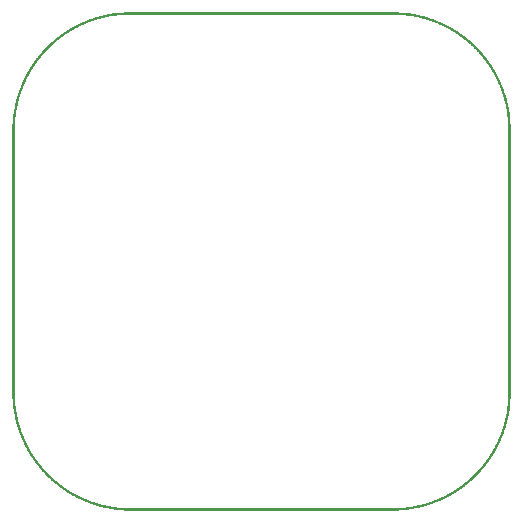
<source format=gbo>
G04 MADE WITH FRITZING*
G04 WWW.FRITZING.ORG*
G04 DOUBLE SIDED*
G04 HOLES PLATED*
G04 CONTOUR ON CENTER OF CONTOUR VECTOR*
%ASAXBY*%
%FSLAX23Y23*%
%MOIN*%
%OFA0B0*%
%SFA1.0B1.0*%
%ADD10R,0.001000X0.001000*%
%LNSILK0*%
G90*
G70*
G54D10*
X374Y1661D02*
X1288Y1661D01*
X359Y1660D02*
X1303Y1660D01*
X349Y1659D02*
X1313Y1659D01*
X341Y1658D02*
X1321Y1658D01*
X334Y1657D02*
X1328Y1657D01*
X328Y1656D02*
X1334Y1656D01*
X322Y1655D02*
X1340Y1655D01*
X317Y1654D02*
X1345Y1654D01*
X312Y1653D02*
X373Y1653D01*
X1289Y1653D02*
X1350Y1653D01*
X308Y1652D02*
X358Y1652D01*
X1304Y1652D02*
X1354Y1652D01*
X303Y1651D02*
X348Y1651D01*
X1314Y1651D02*
X1359Y1651D01*
X299Y1650D02*
X340Y1650D01*
X1322Y1650D02*
X1363Y1650D01*
X295Y1649D02*
X333Y1649D01*
X1329Y1649D02*
X1367Y1649D01*
X291Y1648D02*
X327Y1648D01*
X1335Y1648D02*
X1371Y1648D01*
X288Y1647D02*
X322Y1647D01*
X1340Y1647D02*
X1374Y1647D01*
X284Y1646D02*
X316Y1646D01*
X1346Y1646D02*
X1378Y1646D01*
X281Y1645D02*
X312Y1645D01*
X1350Y1645D02*
X1381Y1645D01*
X277Y1644D02*
X307Y1644D01*
X1355Y1644D02*
X1385Y1644D01*
X274Y1643D02*
X303Y1643D01*
X1359Y1643D02*
X1388Y1643D01*
X271Y1642D02*
X299Y1642D01*
X1363Y1642D02*
X1391Y1642D01*
X269Y1641D02*
X295Y1641D01*
X1367Y1641D02*
X1393Y1641D01*
X266Y1640D02*
X291Y1640D01*
X1371Y1640D02*
X1396Y1640D01*
X263Y1639D02*
X287Y1639D01*
X1375Y1639D02*
X1399Y1639D01*
X260Y1638D02*
X284Y1638D01*
X1378Y1638D02*
X1402Y1638D01*
X257Y1637D02*
X281Y1637D01*
X1381Y1637D02*
X1405Y1637D01*
X254Y1636D02*
X277Y1636D01*
X1385Y1636D02*
X1408Y1636D01*
X252Y1635D02*
X274Y1635D01*
X1388Y1635D02*
X1410Y1635D01*
X249Y1634D02*
X271Y1634D01*
X1391Y1634D02*
X1413Y1634D01*
X247Y1633D02*
X268Y1633D01*
X1394Y1633D02*
X1415Y1633D01*
X244Y1632D02*
X265Y1632D01*
X1397Y1632D02*
X1418Y1632D01*
X242Y1631D02*
X263Y1631D01*
X1399Y1631D02*
X1420Y1631D01*
X239Y1630D02*
X260Y1630D01*
X1402Y1630D02*
X1423Y1630D01*
X237Y1629D02*
X257Y1629D01*
X1405Y1629D02*
X1425Y1629D01*
X235Y1628D02*
X255Y1628D01*
X1407Y1628D02*
X1427Y1628D01*
X233Y1627D02*
X252Y1627D01*
X1410Y1627D02*
X1429Y1627D01*
X231Y1626D02*
X249Y1626D01*
X1413Y1626D02*
X1431Y1626D01*
X228Y1625D02*
X247Y1625D01*
X1415Y1625D02*
X1434Y1625D01*
X226Y1624D02*
X244Y1624D01*
X1418Y1624D02*
X1436Y1624D01*
X224Y1623D02*
X242Y1623D01*
X1420Y1623D02*
X1438Y1623D01*
X222Y1622D02*
X240Y1622D01*
X1422Y1622D02*
X1440Y1622D01*
X220Y1621D02*
X238Y1621D01*
X1424Y1621D02*
X1442Y1621D01*
X218Y1620D02*
X235Y1620D01*
X1427Y1620D02*
X1444Y1620D01*
X216Y1619D02*
X233Y1619D01*
X1429Y1619D02*
X1446Y1619D01*
X214Y1618D02*
X231Y1618D01*
X1431Y1618D02*
X1448Y1618D01*
X212Y1617D02*
X229Y1617D01*
X1433Y1617D02*
X1450Y1617D01*
X210Y1616D02*
X227Y1616D01*
X1435Y1616D02*
X1452Y1616D01*
X208Y1615D02*
X224Y1615D01*
X1438Y1615D02*
X1454Y1615D01*
X206Y1614D02*
X223Y1614D01*
X1439Y1614D02*
X1456Y1614D01*
X205Y1613D02*
X221Y1613D01*
X1441Y1613D02*
X1457Y1613D01*
X203Y1612D02*
X219Y1612D01*
X1443Y1612D02*
X1459Y1612D01*
X201Y1611D02*
X217Y1611D01*
X1445Y1611D02*
X1461Y1611D01*
X199Y1610D02*
X215Y1610D01*
X1447Y1610D02*
X1463Y1610D01*
X198Y1609D02*
X213Y1609D01*
X1449Y1609D02*
X1464Y1609D01*
X196Y1608D02*
X211Y1608D01*
X1451Y1608D02*
X1466Y1608D01*
X194Y1607D02*
X209Y1607D01*
X1453Y1607D02*
X1468Y1607D01*
X192Y1606D02*
X207Y1606D01*
X1455Y1606D02*
X1470Y1606D01*
X191Y1605D02*
X205Y1605D01*
X1457Y1605D02*
X1471Y1605D01*
X189Y1604D02*
X204Y1604D01*
X1458Y1604D02*
X1473Y1604D01*
X187Y1603D02*
X202Y1603D01*
X1460Y1603D02*
X1475Y1603D01*
X186Y1602D02*
X200Y1602D01*
X1462Y1602D02*
X1476Y1602D01*
X184Y1601D02*
X198Y1601D01*
X1464Y1601D02*
X1478Y1601D01*
X183Y1600D02*
X197Y1600D01*
X1465Y1600D02*
X1479Y1600D01*
X181Y1599D02*
X195Y1599D01*
X1467Y1599D02*
X1481Y1599D01*
X180Y1598D02*
X193Y1598D01*
X1469Y1598D02*
X1482Y1598D01*
X178Y1597D02*
X192Y1597D01*
X1470Y1597D02*
X1484Y1597D01*
X176Y1596D02*
X190Y1596D01*
X1472Y1596D02*
X1486Y1596D01*
X175Y1595D02*
X189Y1595D01*
X1473Y1595D02*
X1487Y1595D01*
X173Y1594D02*
X187Y1594D01*
X1475Y1594D02*
X1489Y1594D01*
X172Y1593D02*
X185Y1593D01*
X1477Y1593D02*
X1490Y1593D01*
X171Y1592D02*
X184Y1592D01*
X1478Y1592D02*
X1491Y1592D01*
X169Y1591D02*
X182Y1591D01*
X1480Y1591D02*
X1493Y1591D01*
X168Y1590D02*
X181Y1590D01*
X1481Y1590D02*
X1494Y1590D01*
X166Y1589D02*
X179Y1589D01*
X1483Y1589D02*
X1496Y1589D01*
X165Y1588D02*
X178Y1588D01*
X1484Y1588D02*
X1497Y1588D01*
X164Y1587D02*
X176Y1587D01*
X1486Y1587D02*
X1498Y1587D01*
X162Y1586D02*
X175Y1586D01*
X1487Y1586D02*
X1500Y1586D01*
X161Y1585D02*
X173Y1585D01*
X1489Y1585D02*
X1501Y1585D01*
X159Y1584D02*
X172Y1584D01*
X1490Y1584D02*
X1503Y1584D01*
X158Y1583D02*
X171Y1583D01*
X1491Y1583D02*
X1504Y1583D01*
X157Y1582D02*
X169Y1582D01*
X1493Y1582D02*
X1505Y1582D01*
X155Y1581D02*
X168Y1581D01*
X1494Y1581D02*
X1507Y1581D01*
X154Y1580D02*
X166Y1580D01*
X1496Y1580D02*
X1508Y1580D01*
X153Y1579D02*
X165Y1579D01*
X1497Y1579D02*
X1509Y1579D01*
X152Y1578D02*
X164Y1578D01*
X1498Y1578D02*
X1510Y1578D01*
X150Y1577D02*
X162Y1577D01*
X1500Y1577D02*
X1512Y1577D01*
X149Y1576D02*
X161Y1576D01*
X1501Y1576D02*
X1513Y1576D01*
X148Y1575D02*
X160Y1575D01*
X1502Y1575D02*
X1514Y1575D01*
X147Y1574D02*
X158Y1574D01*
X1504Y1574D02*
X1515Y1574D01*
X145Y1573D02*
X157Y1573D01*
X1505Y1573D02*
X1517Y1573D01*
X144Y1572D02*
X156Y1572D01*
X1506Y1572D02*
X1518Y1572D01*
X143Y1571D02*
X155Y1571D01*
X1507Y1571D02*
X1519Y1571D01*
X142Y1570D02*
X153Y1570D01*
X1509Y1570D02*
X1520Y1570D01*
X140Y1569D02*
X152Y1569D01*
X1510Y1569D02*
X1522Y1569D01*
X139Y1568D02*
X151Y1568D01*
X1511Y1568D02*
X1523Y1568D01*
X138Y1567D02*
X150Y1567D01*
X1512Y1567D02*
X1524Y1567D01*
X137Y1566D02*
X148Y1566D01*
X1514Y1566D02*
X1525Y1566D01*
X136Y1565D02*
X147Y1565D01*
X1515Y1565D02*
X1526Y1565D01*
X135Y1564D02*
X146Y1564D01*
X1516Y1564D02*
X1527Y1564D01*
X134Y1563D02*
X145Y1563D01*
X1517Y1563D02*
X1528Y1563D01*
X132Y1562D02*
X144Y1562D01*
X1518Y1562D02*
X1530Y1562D01*
X131Y1561D02*
X142Y1561D01*
X1520Y1561D02*
X1531Y1561D01*
X130Y1560D02*
X141Y1560D01*
X1521Y1560D02*
X1532Y1560D01*
X129Y1559D02*
X140Y1559D01*
X1522Y1559D02*
X1533Y1559D01*
X128Y1558D02*
X139Y1558D01*
X1523Y1558D02*
X1534Y1558D01*
X127Y1557D02*
X138Y1557D01*
X1524Y1557D02*
X1535Y1557D01*
X126Y1556D02*
X137Y1556D01*
X1525Y1556D02*
X1536Y1556D01*
X125Y1555D02*
X136Y1555D01*
X1526Y1555D02*
X1537Y1555D01*
X124Y1554D02*
X134Y1554D01*
X1528Y1554D02*
X1538Y1554D01*
X123Y1553D02*
X133Y1553D01*
X1529Y1553D02*
X1539Y1553D01*
X122Y1552D02*
X132Y1552D01*
X1530Y1552D02*
X1540Y1552D01*
X121Y1551D02*
X131Y1551D01*
X1531Y1551D02*
X1541Y1551D01*
X120Y1550D02*
X130Y1550D01*
X1532Y1550D02*
X1542Y1550D01*
X119Y1549D02*
X129Y1549D01*
X1533Y1549D02*
X1543Y1549D01*
X117Y1548D02*
X128Y1548D01*
X1534Y1548D02*
X1545Y1548D01*
X116Y1547D02*
X127Y1547D01*
X1535Y1547D02*
X1546Y1547D01*
X115Y1546D02*
X126Y1546D01*
X1536Y1546D02*
X1547Y1546D01*
X114Y1545D02*
X125Y1545D01*
X1537Y1545D02*
X1548Y1545D01*
X114Y1544D02*
X124Y1544D01*
X1538Y1544D02*
X1548Y1544D01*
X113Y1543D02*
X123Y1543D01*
X1539Y1543D02*
X1549Y1543D01*
X112Y1542D02*
X122Y1542D01*
X1540Y1542D02*
X1550Y1542D01*
X111Y1541D02*
X121Y1541D01*
X1541Y1541D02*
X1551Y1541D01*
X110Y1540D02*
X120Y1540D01*
X1542Y1540D02*
X1552Y1540D01*
X109Y1539D02*
X119Y1539D01*
X1543Y1539D02*
X1553Y1539D01*
X108Y1538D02*
X118Y1538D01*
X1544Y1538D02*
X1554Y1538D01*
X107Y1537D02*
X117Y1537D01*
X1545Y1537D02*
X1555Y1537D01*
X106Y1536D02*
X116Y1536D01*
X1546Y1536D02*
X1556Y1536D01*
X105Y1535D02*
X115Y1535D01*
X1547Y1535D02*
X1557Y1535D01*
X104Y1534D02*
X114Y1534D01*
X1548Y1534D02*
X1558Y1534D01*
X103Y1533D02*
X113Y1533D01*
X1549Y1533D02*
X1559Y1533D01*
X102Y1532D02*
X112Y1532D01*
X1550Y1532D02*
X1560Y1532D01*
X101Y1531D02*
X111Y1531D01*
X1551Y1531D02*
X1561Y1531D01*
X100Y1530D02*
X110Y1530D01*
X1552Y1530D02*
X1562Y1530D01*
X100Y1529D02*
X109Y1529D01*
X1553Y1529D02*
X1562Y1529D01*
X99Y1528D02*
X108Y1528D01*
X1554Y1528D02*
X1563Y1528D01*
X98Y1527D02*
X107Y1527D01*
X1555Y1527D02*
X1564Y1527D01*
X97Y1526D02*
X107Y1526D01*
X1555Y1526D02*
X1565Y1526D01*
X96Y1525D02*
X106Y1525D01*
X1556Y1525D02*
X1566Y1525D01*
X95Y1524D02*
X105Y1524D01*
X1557Y1524D02*
X1567Y1524D01*
X94Y1523D02*
X104Y1523D01*
X1558Y1523D02*
X1568Y1523D01*
X93Y1522D02*
X103Y1522D01*
X1559Y1522D02*
X1569Y1522D01*
X93Y1521D02*
X102Y1521D01*
X1560Y1521D02*
X1569Y1521D01*
X92Y1520D02*
X101Y1520D01*
X1561Y1520D02*
X1570Y1520D01*
X91Y1519D02*
X100Y1519D01*
X1562Y1519D02*
X1571Y1519D01*
X90Y1518D02*
X100Y1518D01*
X1562Y1518D02*
X1572Y1518D01*
X89Y1517D02*
X99Y1517D01*
X1563Y1517D02*
X1573Y1517D01*
X89Y1516D02*
X98Y1516D01*
X1564Y1516D02*
X1573Y1516D01*
X88Y1515D02*
X97Y1515D01*
X1565Y1515D02*
X1574Y1515D01*
X87Y1514D02*
X96Y1514D01*
X1566Y1514D02*
X1575Y1514D01*
X86Y1513D02*
X95Y1513D01*
X1567Y1513D02*
X1576Y1513D01*
X85Y1512D02*
X95Y1512D01*
X1567Y1512D02*
X1577Y1512D01*
X85Y1511D02*
X94Y1511D01*
X1568Y1511D02*
X1577Y1511D01*
X84Y1510D02*
X93Y1510D01*
X1569Y1510D02*
X1578Y1510D01*
X83Y1509D02*
X92Y1509D01*
X1570Y1509D02*
X1579Y1509D01*
X82Y1508D02*
X91Y1508D01*
X1571Y1508D02*
X1580Y1508D01*
X81Y1507D02*
X91Y1507D01*
X1571Y1507D02*
X1581Y1507D01*
X81Y1506D02*
X90Y1506D01*
X1572Y1506D02*
X1581Y1506D01*
X80Y1505D02*
X89Y1505D01*
X1573Y1505D02*
X1582Y1505D01*
X79Y1504D02*
X88Y1504D01*
X1574Y1504D02*
X1583Y1504D01*
X78Y1503D02*
X87Y1503D01*
X1575Y1503D02*
X1584Y1503D01*
X78Y1502D02*
X87Y1502D01*
X1575Y1502D02*
X1584Y1502D01*
X77Y1501D02*
X86Y1501D01*
X1576Y1501D02*
X1585Y1501D01*
X76Y1500D02*
X85Y1500D01*
X1577Y1500D02*
X1586Y1500D01*
X76Y1499D02*
X84Y1499D01*
X1578Y1499D02*
X1586Y1499D01*
X75Y1498D02*
X84Y1498D01*
X1578Y1498D02*
X1587Y1498D01*
X74Y1497D02*
X83Y1497D01*
X1579Y1497D02*
X1588Y1497D01*
X73Y1496D02*
X82Y1496D01*
X1580Y1496D02*
X1589Y1496D01*
X73Y1495D02*
X81Y1495D01*
X1581Y1495D02*
X1589Y1495D01*
X72Y1494D02*
X81Y1494D01*
X1581Y1494D02*
X1590Y1494D01*
X71Y1493D02*
X80Y1493D01*
X1582Y1493D02*
X1591Y1493D01*
X71Y1492D02*
X79Y1492D01*
X1583Y1492D02*
X1591Y1492D01*
X70Y1491D02*
X79Y1491D01*
X1583Y1491D02*
X1592Y1491D01*
X69Y1490D02*
X78Y1490D01*
X1584Y1490D02*
X1593Y1490D01*
X68Y1489D02*
X77Y1489D01*
X1585Y1489D02*
X1594Y1489D01*
X68Y1488D02*
X76Y1488D01*
X1586Y1488D02*
X1594Y1488D01*
X67Y1487D02*
X76Y1487D01*
X1586Y1487D02*
X1595Y1487D01*
X66Y1486D02*
X75Y1486D01*
X1587Y1486D02*
X1596Y1486D01*
X66Y1485D02*
X74Y1485D01*
X1588Y1485D02*
X1596Y1485D01*
X65Y1484D02*
X74Y1484D01*
X1588Y1484D02*
X1597Y1484D01*
X65Y1483D02*
X73Y1483D01*
X1589Y1483D02*
X1597Y1483D01*
X64Y1482D02*
X72Y1482D01*
X1590Y1482D02*
X1598Y1482D01*
X63Y1481D02*
X72Y1481D01*
X1590Y1481D02*
X1599Y1481D01*
X63Y1480D02*
X71Y1480D01*
X1591Y1480D02*
X1599Y1480D01*
X62Y1479D02*
X70Y1479D01*
X1592Y1479D02*
X1600Y1479D01*
X61Y1478D02*
X70Y1478D01*
X1592Y1478D02*
X1601Y1478D01*
X61Y1477D02*
X69Y1477D01*
X1593Y1477D02*
X1601Y1477D01*
X60Y1476D02*
X68Y1476D01*
X1594Y1476D02*
X1602Y1476D01*
X59Y1475D02*
X68Y1475D01*
X1594Y1475D02*
X1603Y1475D01*
X59Y1474D02*
X67Y1474D01*
X1595Y1474D02*
X1603Y1474D01*
X58Y1473D02*
X67Y1473D01*
X1595Y1473D02*
X1604Y1473D01*
X58Y1472D02*
X66Y1472D01*
X1596Y1472D02*
X1604Y1472D01*
X57Y1471D02*
X65Y1471D01*
X1597Y1471D02*
X1605Y1471D01*
X56Y1470D02*
X65Y1470D01*
X1597Y1470D02*
X1606Y1470D01*
X56Y1469D02*
X64Y1469D01*
X1598Y1469D02*
X1606Y1469D01*
X55Y1468D02*
X63Y1468D01*
X1599Y1468D02*
X1607Y1468D01*
X55Y1467D02*
X63Y1467D01*
X1599Y1467D02*
X1607Y1467D01*
X54Y1466D02*
X62Y1466D01*
X1600Y1466D02*
X1608Y1466D01*
X54Y1465D02*
X62Y1465D01*
X1600Y1465D02*
X1608Y1465D01*
X53Y1464D02*
X61Y1464D01*
X1601Y1464D02*
X1609Y1464D01*
X52Y1463D02*
X60Y1463D01*
X1602Y1463D02*
X1610Y1463D01*
X52Y1462D02*
X60Y1462D01*
X1602Y1462D02*
X1610Y1462D01*
X51Y1461D02*
X59Y1461D01*
X1603Y1461D02*
X1611Y1461D01*
X51Y1460D02*
X59Y1460D01*
X1603Y1460D02*
X1611Y1460D01*
X50Y1459D02*
X58Y1459D01*
X1604Y1459D02*
X1612Y1459D01*
X50Y1458D02*
X58Y1458D01*
X1604Y1458D02*
X1612Y1458D01*
X49Y1457D02*
X57Y1457D01*
X1605Y1457D02*
X1613Y1457D01*
X48Y1456D02*
X56Y1456D01*
X1606Y1456D02*
X1614Y1456D01*
X48Y1455D02*
X56Y1455D01*
X1606Y1455D02*
X1614Y1455D01*
X47Y1454D02*
X55Y1454D01*
X1607Y1454D02*
X1615Y1454D01*
X47Y1453D02*
X55Y1453D01*
X1607Y1453D02*
X1615Y1453D01*
X46Y1452D02*
X54Y1452D01*
X1608Y1452D02*
X1616Y1452D01*
X46Y1451D02*
X54Y1451D01*
X1608Y1451D02*
X1616Y1451D01*
X45Y1450D02*
X53Y1450D01*
X1609Y1450D02*
X1617Y1450D01*
X45Y1449D02*
X53Y1449D01*
X1609Y1449D02*
X1617Y1449D01*
X44Y1448D02*
X52Y1448D01*
X1610Y1448D02*
X1618Y1448D01*
X44Y1447D02*
X52Y1447D01*
X1610Y1447D02*
X1618Y1447D01*
X43Y1446D02*
X51Y1446D01*
X1611Y1446D02*
X1619Y1446D01*
X43Y1445D02*
X51Y1445D01*
X1611Y1445D02*
X1619Y1445D01*
X42Y1444D02*
X50Y1444D01*
X1612Y1444D02*
X1620Y1444D01*
X42Y1443D02*
X50Y1443D01*
X1612Y1443D02*
X1620Y1443D01*
X41Y1442D02*
X49Y1442D01*
X1613Y1442D02*
X1621Y1442D01*
X41Y1441D02*
X49Y1441D01*
X1613Y1441D02*
X1621Y1441D01*
X40Y1440D02*
X48Y1440D01*
X1614Y1440D02*
X1622Y1440D01*
X40Y1439D02*
X48Y1439D01*
X1614Y1439D02*
X1622Y1439D01*
X39Y1438D02*
X47Y1438D01*
X1615Y1438D02*
X1623Y1438D01*
X39Y1437D02*
X46Y1437D01*
X1616Y1437D02*
X1623Y1437D01*
X38Y1436D02*
X46Y1436D01*
X1616Y1436D02*
X1624Y1436D01*
X38Y1435D02*
X46Y1435D01*
X1616Y1435D02*
X1624Y1435D01*
X37Y1434D02*
X45Y1434D01*
X1617Y1434D02*
X1625Y1434D01*
X37Y1433D02*
X45Y1433D01*
X1617Y1433D02*
X1625Y1433D01*
X37Y1432D02*
X44Y1432D01*
X1618Y1432D02*
X1625Y1432D01*
X36Y1431D02*
X44Y1431D01*
X1618Y1431D02*
X1626Y1431D01*
X36Y1430D02*
X43Y1430D01*
X1619Y1430D02*
X1626Y1430D01*
X35Y1429D02*
X43Y1429D01*
X1619Y1429D02*
X1627Y1429D01*
X35Y1428D02*
X42Y1428D01*
X1620Y1428D02*
X1627Y1428D01*
X34Y1427D02*
X42Y1427D01*
X1620Y1427D02*
X1628Y1427D01*
X34Y1426D02*
X41Y1426D01*
X1621Y1426D02*
X1628Y1426D01*
X33Y1425D02*
X41Y1425D01*
X1621Y1425D02*
X1629Y1425D01*
X33Y1424D02*
X41Y1424D01*
X1621Y1424D02*
X1629Y1424D01*
X32Y1423D02*
X40Y1423D01*
X1622Y1423D02*
X1630Y1423D01*
X32Y1422D02*
X40Y1422D01*
X1622Y1422D02*
X1630Y1422D01*
X32Y1421D02*
X39Y1421D01*
X1623Y1421D02*
X1630Y1421D01*
X31Y1420D02*
X39Y1420D01*
X1623Y1420D02*
X1631Y1420D01*
X31Y1419D02*
X38Y1419D01*
X1624Y1419D02*
X1631Y1419D01*
X30Y1418D02*
X38Y1418D01*
X1624Y1418D02*
X1632Y1418D01*
X30Y1417D02*
X37Y1417D01*
X1625Y1417D02*
X1632Y1417D01*
X30Y1416D02*
X37Y1416D01*
X1625Y1416D02*
X1632Y1416D01*
X29Y1415D02*
X37Y1415D01*
X1625Y1415D02*
X1633Y1415D01*
X29Y1414D02*
X36Y1414D01*
X1626Y1414D02*
X1633Y1414D01*
X28Y1413D02*
X36Y1413D01*
X1626Y1413D02*
X1634Y1413D01*
X28Y1412D02*
X35Y1412D01*
X1627Y1412D02*
X1634Y1412D01*
X28Y1411D02*
X35Y1411D01*
X1627Y1411D02*
X1634Y1411D01*
X27Y1410D02*
X35Y1410D01*
X1627Y1410D02*
X1635Y1410D01*
X27Y1409D02*
X34Y1409D01*
X1628Y1409D02*
X1635Y1409D01*
X26Y1408D02*
X34Y1408D01*
X1628Y1408D02*
X1636Y1408D01*
X26Y1407D02*
X34Y1407D01*
X1628Y1407D02*
X1636Y1407D01*
X26Y1406D02*
X33Y1406D01*
X1629Y1406D02*
X1636Y1406D01*
X25Y1405D02*
X33Y1405D01*
X1629Y1405D02*
X1637Y1405D01*
X25Y1404D02*
X32Y1404D01*
X1630Y1404D02*
X1637Y1404D01*
X25Y1403D02*
X32Y1403D01*
X1630Y1403D02*
X1637Y1403D01*
X24Y1402D02*
X32Y1402D01*
X1630Y1402D02*
X1638Y1402D01*
X24Y1401D02*
X31Y1401D01*
X1631Y1401D02*
X1638Y1401D01*
X24Y1400D02*
X31Y1400D01*
X1631Y1400D02*
X1638Y1400D01*
X23Y1399D02*
X31Y1399D01*
X1631Y1399D02*
X1639Y1399D01*
X23Y1398D02*
X30Y1398D01*
X1632Y1398D02*
X1639Y1398D01*
X23Y1397D02*
X30Y1397D01*
X1632Y1397D02*
X1639Y1397D01*
X22Y1396D02*
X29Y1396D01*
X1633Y1396D02*
X1640Y1396D01*
X22Y1395D02*
X29Y1395D01*
X1633Y1395D02*
X1640Y1395D01*
X22Y1394D02*
X29Y1394D01*
X1633Y1394D02*
X1640Y1394D01*
X21Y1393D02*
X28Y1393D01*
X1634Y1393D02*
X1641Y1393D01*
X21Y1392D02*
X28Y1392D01*
X1634Y1392D02*
X1641Y1392D01*
X20Y1391D02*
X28Y1391D01*
X1634Y1391D02*
X1642Y1391D01*
X20Y1390D02*
X27Y1390D01*
X1635Y1390D02*
X1642Y1390D01*
X20Y1389D02*
X27Y1389D01*
X1635Y1389D02*
X1642Y1389D01*
X19Y1388D02*
X27Y1388D01*
X1635Y1388D02*
X1643Y1388D01*
X19Y1387D02*
X26Y1387D01*
X1636Y1387D02*
X1643Y1387D01*
X19Y1386D02*
X26Y1386D01*
X1636Y1386D02*
X1643Y1386D01*
X18Y1385D02*
X26Y1385D01*
X1636Y1385D02*
X1644Y1385D01*
X18Y1384D02*
X25Y1384D01*
X1637Y1384D02*
X1644Y1384D01*
X18Y1383D02*
X25Y1383D01*
X1637Y1383D02*
X1644Y1383D01*
X18Y1382D02*
X25Y1382D01*
X1637Y1382D02*
X1644Y1382D01*
X17Y1381D02*
X25Y1381D01*
X1637Y1381D02*
X1645Y1381D01*
X17Y1380D02*
X24Y1380D01*
X1638Y1380D02*
X1645Y1380D01*
X17Y1379D02*
X24Y1379D01*
X1638Y1379D02*
X1645Y1379D01*
X16Y1378D02*
X24Y1378D01*
X1638Y1378D02*
X1646Y1378D01*
X16Y1377D02*
X23Y1377D01*
X1639Y1377D02*
X1646Y1377D01*
X16Y1376D02*
X23Y1376D01*
X1639Y1376D02*
X1646Y1376D01*
X16Y1375D02*
X23Y1375D01*
X1639Y1375D02*
X1646Y1375D01*
X15Y1374D02*
X22Y1374D01*
X1640Y1374D02*
X1647Y1374D01*
X15Y1373D02*
X22Y1373D01*
X1640Y1373D02*
X1647Y1373D01*
X15Y1372D02*
X22Y1372D01*
X1640Y1372D02*
X1647Y1372D01*
X14Y1371D02*
X22Y1371D01*
X1640Y1371D02*
X1648Y1371D01*
X14Y1370D02*
X21Y1370D01*
X1641Y1370D02*
X1648Y1370D01*
X14Y1369D02*
X21Y1369D01*
X1641Y1369D02*
X1648Y1369D01*
X14Y1368D02*
X21Y1368D01*
X1641Y1368D02*
X1648Y1368D01*
X13Y1367D02*
X21Y1367D01*
X1641Y1367D02*
X1649Y1367D01*
X13Y1366D02*
X20Y1366D01*
X1642Y1366D02*
X1649Y1366D01*
X13Y1365D02*
X20Y1365D01*
X1642Y1365D02*
X1649Y1365D01*
X13Y1364D02*
X20Y1364D01*
X1642Y1364D02*
X1649Y1364D01*
X12Y1363D02*
X20Y1363D01*
X1642Y1363D02*
X1650Y1363D01*
X12Y1362D02*
X19Y1362D01*
X1643Y1362D02*
X1650Y1362D01*
X12Y1361D02*
X19Y1361D01*
X1643Y1361D02*
X1650Y1361D01*
X12Y1360D02*
X19Y1360D01*
X1643Y1360D02*
X1650Y1360D01*
X11Y1359D02*
X19Y1359D01*
X1643Y1359D02*
X1651Y1359D01*
X11Y1358D02*
X18Y1358D01*
X1644Y1358D02*
X1651Y1358D01*
X11Y1357D02*
X18Y1357D01*
X1644Y1357D02*
X1651Y1357D01*
X11Y1356D02*
X18Y1356D01*
X1644Y1356D02*
X1651Y1356D01*
X11Y1355D02*
X18Y1355D01*
X1644Y1355D02*
X1651Y1355D01*
X10Y1354D02*
X17Y1354D01*
X1645Y1354D02*
X1652Y1354D01*
X10Y1353D02*
X17Y1353D01*
X1645Y1353D02*
X1652Y1353D01*
X10Y1352D02*
X17Y1352D01*
X1645Y1352D02*
X1652Y1352D01*
X10Y1351D02*
X17Y1351D01*
X1645Y1351D02*
X1652Y1351D01*
X9Y1350D02*
X17Y1350D01*
X1645Y1350D02*
X1653Y1350D01*
X9Y1349D02*
X16Y1349D01*
X1646Y1349D02*
X1653Y1349D01*
X9Y1348D02*
X16Y1348D01*
X1646Y1348D02*
X1653Y1348D01*
X9Y1347D02*
X16Y1347D01*
X1646Y1347D02*
X1653Y1347D01*
X9Y1346D02*
X16Y1346D01*
X1646Y1346D02*
X1653Y1346D01*
X8Y1345D02*
X15Y1345D01*
X1647Y1345D02*
X1654Y1345D01*
X8Y1344D02*
X15Y1344D01*
X1647Y1344D02*
X1654Y1344D01*
X8Y1343D02*
X15Y1343D01*
X1647Y1343D02*
X1654Y1343D01*
X8Y1342D02*
X15Y1342D01*
X1647Y1342D02*
X1654Y1342D01*
X8Y1341D02*
X15Y1341D01*
X1647Y1341D02*
X1654Y1341D01*
X7Y1340D02*
X15Y1340D01*
X1647Y1340D02*
X1655Y1340D01*
X7Y1339D02*
X14Y1339D01*
X1648Y1339D02*
X1655Y1339D01*
X7Y1338D02*
X14Y1338D01*
X1648Y1338D02*
X1655Y1338D01*
X7Y1337D02*
X14Y1337D01*
X1648Y1337D02*
X1655Y1337D01*
X7Y1336D02*
X14Y1336D01*
X1648Y1336D02*
X1655Y1336D01*
X7Y1335D02*
X14Y1335D01*
X1648Y1335D02*
X1655Y1335D01*
X6Y1334D02*
X13Y1334D01*
X1649Y1334D02*
X1656Y1334D01*
X6Y1333D02*
X13Y1333D01*
X1649Y1333D02*
X1656Y1333D01*
X6Y1332D02*
X13Y1332D01*
X1649Y1332D02*
X1656Y1332D01*
X6Y1331D02*
X13Y1331D01*
X1649Y1331D02*
X1656Y1331D01*
X6Y1330D02*
X13Y1330D01*
X1649Y1330D02*
X1656Y1330D01*
X6Y1329D02*
X13Y1329D01*
X1649Y1329D02*
X1656Y1329D01*
X5Y1328D02*
X12Y1328D01*
X1650Y1328D02*
X1657Y1328D01*
X5Y1327D02*
X12Y1327D01*
X1650Y1327D02*
X1657Y1327D01*
X5Y1326D02*
X12Y1326D01*
X1650Y1326D02*
X1657Y1326D01*
X5Y1325D02*
X12Y1325D01*
X1650Y1325D02*
X1657Y1325D01*
X5Y1324D02*
X12Y1324D01*
X1650Y1324D02*
X1657Y1324D01*
X5Y1323D02*
X12Y1323D01*
X1650Y1323D02*
X1657Y1323D01*
X5Y1322D02*
X12Y1322D01*
X1650Y1322D02*
X1657Y1322D01*
X4Y1321D02*
X11Y1321D01*
X1651Y1321D02*
X1658Y1321D01*
X4Y1320D02*
X11Y1320D01*
X1651Y1320D02*
X1658Y1320D01*
X4Y1319D02*
X11Y1319D01*
X1651Y1319D02*
X1658Y1319D01*
X4Y1318D02*
X11Y1318D01*
X1651Y1318D02*
X1658Y1318D01*
X4Y1317D02*
X11Y1317D01*
X1651Y1317D02*
X1658Y1317D01*
X4Y1316D02*
X11Y1316D01*
X1651Y1316D02*
X1658Y1316D01*
X4Y1315D02*
X11Y1315D01*
X1651Y1315D02*
X1658Y1315D01*
X4Y1314D02*
X11Y1314D01*
X1651Y1314D02*
X1658Y1314D01*
X3Y1313D02*
X10Y1313D01*
X1652Y1313D02*
X1659Y1313D01*
X3Y1312D02*
X10Y1312D01*
X1652Y1312D02*
X1659Y1312D01*
X3Y1311D02*
X10Y1311D01*
X1652Y1311D02*
X1659Y1311D01*
X3Y1310D02*
X10Y1310D01*
X1652Y1310D02*
X1659Y1310D01*
X3Y1309D02*
X10Y1309D01*
X1652Y1309D02*
X1659Y1309D01*
X3Y1308D02*
X10Y1308D01*
X1652Y1308D02*
X1659Y1308D01*
X3Y1307D02*
X10Y1307D01*
X1652Y1307D02*
X1659Y1307D01*
X3Y1306D02*
X10Y1306D01*
X1652Y1306D02*
X1659Y1306D01*
X3Y1305D02*
X10Y1305D01*
X1652Y1305D02*
X1659Y1305D01*
X3Y1304D02*
X10Y1304D01*
X1652Y1304D02*
X1659Y1304D01*
X2Y1303D02*
X9Y1303D01*
X1653Y1303D02*
X1660Y1303D01*
X2Y1302D02*
X9Y1302D01*
X1653Y1302D02*
X1660Y1302D01*
X2Y1301D02*
X9Y1301D01*
X1653Y1301D02*
X1660Y1301D01*
X2Y1300D02*
X9Y1300D01*
X1653Y1300D02*
X1660Y1300D01*
X2Y1299D02*
X9Y1299D01*
X1653Y1299D02*
X1660Y1299D01*
X2Y1298D02*
X9Y1298D01*
X1653Y1298D02*
X1660Y1298D01*
X2Y1297D02*
X9Y1297D01*
X1653Y1297D02*
X1660Y1297D01*
X2Y1296D02*
X9Y1296D01*
X1653Y1296D02*
X1660Y1296D01*
X2Y1295D02*
X9Y1295D01*
X1653Y1295D02*
X1660Y1295D01*
X2Y1294D02*
X9Y1294D01*
X1653Y1294D02*
X1660Y1294D01*
X2Y1293D02*
X9Y1293D01*
X1653Y1293D02*
X1660Y1293D01*
X2Y1292D02*
X9Y1292D01*
X1653Y1292D02*
X1660Y1292D01*
X2Y1291D02*
X9Y1291D01*
X1653Y1291D02*
X1660Y1291D01*
X2Y1290D02*
X9Y1290D01*
X1653Y1290D02*
X1660Y1290D01*
X2Y1289D02*
X9Y1289D01*
X1653Y1289D02*
X1660Y1289D01*
X1Y1288D02*
X8Y1288D01*
X1654Y1288D02*
X1661Y1288D01*
X1Y1287D02*
X8Y1287D01*
X1654Y1287D02*
X1661Y1287D01*
X1Y1286D02*
X8Y1286D01*
X1654Y1286D02*
X1661Y1286D01*
X1Y1285D02*
X8Y1285D01*
X1654Y1285D02*
X1661Y1285D01*
X1Y1284D02*
X8Y1284D01*
X1654Y1284D02*
X1661Y1284D01*
X1Y1283D02*
X8Y1283D01*
X1654Y1283D02*
X1661Y1283D01*
X1Y1282D02*
X8Y1282D01*
X1654Y1282D02*
X1661Y1282D01*
X1Y1281D02*
X8Y1281D01*
X1654Y1281D02*
X1661Y1281D01*
X1Y1280D02*
X8Y1280D01*
X1654Y1280D02*
X1661Y1280D01*
X1Y1279D02*
X8Y1279D01*
X1654Y1279D02*
X1661Y1279D01*
X1Y1278D02*
X8Y1278D01*
X1654Y1278D02*
X1661Y1278D01*
X1Y1277D02*
X8Y1277D01*
X1654Y1277D02*
X1661Y1277D01*
X1Y1276D02*
X8Y1276D01*
X1654Y1276D02*
X1661Y1276D01*
X1Y1275D02*
X8Y1275D01*
X1654Y1275D02*
X1661Y1275D01*
X1Y1274D02*
X8Y1274D01*
X1654Y1274D02*
X1661Y1274D01*
X1Y1273D02*
X8Y1273D01*
X1654Y1273D02*
X1661Y1273D01*
X1Y1272D02*
X8Y1272D01*
X1654Y1272D02*
X1661Y1272D01*
X1Y1271D02*
X8Y1271D01*
X1654Y1271D02*
X1661Y1271D01*
X1Y1270D02*
X8Y1270D01*
X1654Y1270D02*
X1661Y1270D01*
X1Y1269D02*
X8Y1269D01*
X1654Y1269D02*
X1661Y1269D01*
X1Y1268D02*
X8Y1268D01*
X1654Y1268D02*
X1661Y1268D01*
X1Y1267D02*
X8Y1267D01*
X1654Y1267D02*
X1661Y1267D01*
X1Y1266D02*
X8Y1266D01*
X1654Y1266D02*
X1661Y1266D01*
X1Y1265D02*
X8Y1265D01*
X1654Y1265D02*
X1661Y1265D01*
X1Y1264D02*
X8Y1264D01*
X1654Y1264D02*
X1661Y1264D01*
X1Y1263D02*
X8Y1263D01*
X1654Y1263D02*
X1661Y1263D01*
X1Y1262D02*
X8Y1262D01*
X1654Y1262D02*
X1661Y1262D01*
X1Y1261D02*
X8Y1261D01*
X1654Y1261D02*
X1661Y1261D01*
X1Y1260D02*
X8Y1260D01*
X1654Y1260D02*
X1661Y1260D01*
X1Y1259D02*
X8Y1259D01*
X1654Y1259D02*
X1661Y1259D01*
X1Y1258D02*
X8Y1258D01*
X1654Y1258D02*
X1661Y1258D01*
X1Y1257D02*
X8Y1257D01*
X1654Y1257D02*
X1661Y1257D01*
X1Y1256D02*
X8Y1256D01*
X1654Y1256D02*
X1661Y1256D01*
X1Y1255D02*
X8Y1255D01*
X1654Y1255D02*
X1661Y1255D01*
X1Y1254D02*
X8Y1254D01*
X1654Y1254D02*
X1661Y1254D01*
X1Y1253D02*
X8Y1253D01*
X1654Y1253D02*
X1661Y1253D01*
X1Y1252D02*
X8Y1252D01*
X1654Y1252D02*
X1661Y1252D01*
X1Y1251D02*
X8Y1251D01*
X1654Y1251D02*
X1661Y1251D01*
X1Y1250D02*
X8Y1250D01*
X1654Y1250D02*
X1661Y1250D01*
X1Y1249D02*
X8Y1249D01*
X1654Y1249D02*
X1661Y1249D01*
X1Y1248D02*
X8Y1248D01*
X1654Y1248D02*
X1661Y1248D01*
X1Y1247D02*
X8Y1247D01*
X1654Y1247D02*
X1661Y1247D01*
X1Y1246D02*
X8Y1246D01*
X1654Y1246D02*
X1661Y1246D01*
X1Y1245D02*
X8Y1245D01*
X1654Y1245D02*
X1661Y1245D01*
X1Y1244D02*
X8Y1244D01*
X1654Y1244D02*
X1661Y1244D01*
X1Y1243D02*
X8Y1243D01*
X1654Y1243D02*
X1661Y1243D01*
X1Y1242D02*
X8Y1242D01*
X1654Y1242D02*
X1661Y1242D01*
X1Y1241D02*
X8Y1241D01*
X1654Y1241D02*
X1661Y1241D01*
X1Y1240D02*
X8Y1240D01*
X1654Y1240D02*
X1661Y1240D01*
X1Y1239D02*
X8Y1239D01*
X1654Y1239D02*
X1661Y1239D01*
X1Y1238D02*
X8Y1238D01*
X1654Y1238D02*
X1661Y1238D01*
X1Y1237D02*
X8Y1237D01*
X1654Y1237D02*
X1661Y1237D01*
X1Y1236D02*
X8Y1236D01*
X1654Y1236D02*
X1661Y1236D01*
X1Y1235D02*
X8Y1235D01*
X1654Y1235D02*
X1661Y1235D01*
X1Y1234D02*
X8Y1234D01*
X1654Y1234D02*
X1661Y1234D01*
X1Y1233D02*
X8Y1233D01*
X1654Y1233D02*
X1661Y1233D01*
X1Y1232D02*
X8Y1232D01*
X1654Y1232D02*
X1661Y1232D01*
X1Y1231D02*
X8Y1231D01*
X1654Y1231D02*
X1661Y1231D01*
X1Y1230D02*
X8Y1230D01*
X1654Y1230D02*
X1661Y1230D01*
X1Y1229D02*
X8Y1229D01*
X1654Y1229D02*
X1661Y1229D01*
X1Y1228D02*
X8Y1228D01*
X1654Y1228D02*
X1661Y1228D01*
X1Y1227D02*
X8Y1227D01*
X1654Y1227D02*
X1661Y1227D01*
X1Y1226D02*
X8Y1226D01*
X1654Y1226D02*
X1661Y1226D01*
X1Y1225D02*
X8Y1225D01*
X1654Y1225D02*
X1661Y1225D01*
X1Y1224D02*
X8Y1224D01*
X1654Y1224D02*
X1661Y1224D01*
X1Y1223D02*
X8Y1223D01*
X1654Y1223D02*
X1661Y1223D01*
X1Y1222D02*
X8Y1222D01*
X1654Y1222D02*
X1661Y1222D01*
X1Y1221D02*
X8Y1221D01*
X1654Y1221D02*
X1661Y1221D01*
X1Y1220D02*
X8Y1220D01*
X1654Y1220D02*
X1661Y1220D01*
X1Y1219D02*
X8Y1219D01*
X1654Y1219D02*
X1661Y1219D01*
X1Y1218D02*
X8Y1218D01*
X1654Y1218D02*
X1661Y1218D01*
X1Y1217D02*
X8Y1217D01*
X1654Y1217D02*
X1661Y1217D01*
X1Y1216D02*
X8Y1216D01*
X1654Y1216D02*
X1661Y1216D01*
X1Y1215D02*
X8Y1215D01*
X1654Y1215D02*
X1661Y1215D01*
X1Y1214D02*
X8Y1214D01*
X1654Y1214D02*
X1661Y1214D01*
X1Y1213D02*
X8Y1213D01*
X1654Y1213D02*
X1661Y1213D01*
X1Y1212D02*
X8Y1212D01*
X1654Y1212D02*
X1661Y1212D01*
X1Y1211D02*
X8Y1211D01*
X1654Y1211D02*
X1661Y1211D01*
X1Y1210D02*
X8Y1210D01*
X1654Y1210D02*
X1661Y1210D01*
X1Y1209D02*
X8Y1209D01*
X1654Y1209D02*
X1661Y1209D01*
X1Y1208D02*
X8Y1208D01*
X1654Y1208D02*
X1661Y1208D01*
X1Y1207D02*
X8Y1207D01*
X1654Y1207D02*
X1661Y1207D01*
X1Y1206D02*
X8Y1206D01*
X1654Y1206D02*
X1661Y1206D01*
X1Y1205D02*
X8Y1205D01*
X1654Y1205D02*
X1661Y1205D01*
X1Y1204D02*
X8Y1204D01*
X1654Y1204D02*
X1661Y1204D01*
X1Y1203D02*
X8Y1203D01*
X1654Y1203D02*
X1661Y1203D01*
X1Y1202D02*
X8Y1202D01*
X1654Y1202D02*
X1661Y1202D01*
X1Y1201D02*
X8Y1201D01*
X1654Y1201D02*
X1661Y1201D01*
X1Y1200D02*
X8Y1200D01*
X1654Y1200D02*
X1661Y1200D01*
X1Y1199D02*
X8Y1199D01*
X1654Y1199D02*
X1661Y1199D01*
X1Y1198D02*
X8Y1198D01*
X1654Y1198D02*
X1661Y1198D01*
X1Y1197D02*
X8Y1197D01*
X1654Y1197D02*
X1661Y1197D01*
X1Y1196D02*
X8Y1196D01*
X1654Y1196D02*
X1661Y1196D01*
X1Y1195D02*
X8Y1195D01*
X1654Y1195D02*
X1661Y1195D01*
X1Y1194D02*
X8Y1194D01*
X1654Y1194D02*
X1661Y1194D01*
X1Y1193D02*
X8Y1193D01*
X1654Y1193D02*
X1661Y1193D01*
X1Y1192D02*
X8Y1192D01*
X1654Y1192D02*
X1661Y1192D01*
X1Y1191D02*
X8Y1191D01*
X1654Y1191D02*
X1661Y1191D01*
X1Y1190D02*
X8Y1190D01*
X1654Y1190D02*
X1661Y1190D01*
X1Y1189D02*
X8Y1189D01*
X1654Y1189D02*
X1661Y1189D01*
X1Y1188D02*
X8Y1188D01*
X1654Y1188D02*
X1661Y1188D01*
X1Y1187D02*
X8Y1187D01*
X1654Y1187D02*
X1661Y1187D01*
X1Y1186D02*
X8Y1186D01*
X1654Y1186D02*
X1661Y1186D01*
X1Y1185D02*
X8Y1185D01*
X1654Y1185D02*
X1661Y1185D01*
X1Y1184D02*
X8Y1184D01*
X1654Y1184D02*
X1661Y1184D01*
X1Y1183D02*
X8Y1183D01*
X1654Y1183D02*
X1661Y1183D01*
X1Y1182D02*
X8Y1182D01*
X1654Y1182D02*
X1661Y1182D01*
X1Y1181D02*
X8Y1181D01*
X1654Y1181D02*
X1661Y1181D01*
X1Y1180D02*
X8Y1180D01*
X1654Y1180D02*
X1661Y1180D01*
X1Y1179D02*
X8Y1179D01*
X1654Y1179D02*
X1661Y1179D01*
X1Y1178D02*
X8Y1178D01*
X1654Y1178D02*
X1661Y1178D01*
X1Y1177D02*
X8Y1177D01*
X1654Y1177D02*
X1661Y1177D01*
X1Y1176D02*
X8Y1176D01*
X1654Y1176D02*
X1661Y1176D01*
X1Y1175D02*
X8Y1175D01*
X1654Y1175D02*
X1661Y1175D01*
X1Y1174D02*
X8Y1174D01*
X1654Y1174D02*
X1661Y1174D01*
X1Y1173D02*
X8Y1173D01*
X1654Y1173D02*
X1661Y1173D01*
X1Y1172D02*
X8Y1172D01*
X1654Y1172D02*
X1661Y1172D01*
X1Y1171D02*
X8Y1171D01*
X1654Y1171D02*
X1661Y1171D01*
X1Y1170D02*
X8Y1170D01*
X1654Y1170D02*
X1661Y1170D01*
X1Y1169D02*
X8Y1169D01*
X1654Y1169D02*
X1661Y1169D01*
X1Y1168D02*
X8Y1168D01*
X1654Y1168D02*
X1661Y1168D01*
X1Y1167D02*
X8Y1167D01*
X1654Y1167D02*
X1661Y1167D01*
X1Y1166D02*
X8Y1166D01*
X1654Y1166D02*
X1661Y1166D01*
X1Y1165D02*
X8Y1165D01*
X1654Y1165D02*
X1661Y1165D01*
X1Y1164D02*
X8Y1164D01*
X1654Y1164D02*
X1661Y1164D01*
X1Y1163D02*
X8Y1163D01*
X1654Y1163D02*
X1661Y1163D01*
X1Y1162D02*
X8Y1162D01*
X1654Y1162D02*
X1661Y1162D01*
X1Y1161D02*
X8Y1161D01*
X1654Y1161D02*
X1661Y1161D01*
X1Y1160D02*
X8Y1160D01*
X1654Y1160D02*
X1661Y1160D01*
X1Y1159D02*
X8Y1159D01*
X1654Y1159D02*
X1661Y1159D01*
X1Y1158D02*
X8Y1158D01*
X1654Y1158D02*
X1661Y1158D01*
X1Y1157D02*
X8Y1157D01*
X1654Y1157D02*
X1661Y1157D01*
X1Y1156D02*
X8Y1156D01*
X1654Y1156D02*
X1661Y1156D01*
X1Y1155D02*
X8Y1155D01*
X1654Y1155D02*
X1661Y1155D01*
X1Y1154D02*
X8Y1154D01*
X1654Y1154D02*
X1661Y1154D01*
X1Y1153D02*
X8Y1153D01*
X1654Y1153D02*
X1661Y1153D01*
X1Y1152D02*
X8Y1152D01*
X1654Y1152D02*
X1661Y1152D01*
X1Y1151D02*
X8Y1151D01*
X1654Y1151D02*
X1661Y1151D01*
X1Y1150D02*
X8Y1150D01*
X1654Y1150D02*
X1661Y1150D01*
X1Y1149D02*
X8Y1149D01*
X1654Y1149D02*
X1661Y1149D01*
X1Y1148D02*
X8Y1148D01*
X1654Y1148D02*
X1661Y1148D01*
X1Y1147D02*
X8Y1147D01*
X1654Y1147D02*
X1661Y1147D01*
X1Y1146D02*
X8Y1146D01*
X1654Y1146D02*
X1661Y1146D01*
X1Y1145D02*
X8Y1145D01*
X1654Y1145D02*
X1661Y1145D01*
X1Y1144D02*
X8Y1144D01*
X1654Y1144D02*
X1661Y1144D01*
X1Y1143D02*
X8Y1143D01*
X1654Y1143D02*
X1661Y1143D01*
X1Y1142D02*
X8Y1142D01*
X1654Y1142D02*
X1661Y1142D01*
X1Y1141D02*
X8Y1141D01*
X1654Y1141D02*
X1661Y1141D01*
X1Y1140D02*
X8Y1140D01*
X1654Y1140D02*
X1661Y1140D01*
X1Y1139D02*
X8Y1139D01*
X1654Y1139D02*
X1661Y1139D01*
X1Y1138D02*
X8Y1138D01*
X1654Y1138D02*
X1661Y1138D01*
X1Y1137D02*
X8Y1137D01*
X1654Y1137D02*
X1661Y1137D01*
X1Y1136D02*
X8Y1136D01*
X1654Y1136D02*
X1661Y1136D01*
X1Y1135D02*
X8Y1135D01*
X1654Y1135D02*
X1661Y1135D01*
X1Y1134D02*
X8Y1134D01*
X1654Y1134D02*
X1661Y1134D01*
X1Y1133D02*
X8Y1133D01*
X1654Y1133D02*
X1661Y1133D01*
X1Y1132D02*
X8Y1132D01*
X1654Y1132D02*
X1661Y1132D01*
X1Y1131D02*
X8Y1131D01*
X1654Y1131D02*
X1661Y1131D01*
X1Y1130D02*
X8Y1130D01*
X1654Y1130D02*
X1661Y1130D01*
X1Y1129D02*
X8Y1129D01*
X1654Y1129D02*
X1661Y1129D01*
X1Y1128D02*
X8Y1128D01*
X1654Y1128D02*
X1661Y1128D01*
X1Y1127D02*
X8Y1127D01*
X1654Y1127D02*
X1661Y1127D01*
X1Y1126D02*
X8Y1126D01*
X1654Y1126D02*
X1661Y1126D01*
X1Y1125D02*
X8Y1125D01*
X1654Y1125D02*
X1661Y1125D01*
X1Y1124D02*
X8Y1124D01*
X1654Y1124D02*
X1661Y1124D01*
X1Y1123D02*
X8Y1123D01*
X1654Y1123D02*
X1661Y1123D01*
X1Y1122D02*
X8Y1122D01*
X1654Y1122D02*
X1661Y1122D01*
X1Y1121D02*
X8Y1121D01*
X1654Y1121D02*
X1661Y1121D01*
X1Y1120D02*
X8Y1120D01*
X1654Y1120D02*
X1661Y1120D01*
X1Y1119D02*
X8Y1119D01*
X1654Y1119D02*
X1661Y1119D01*
X1Y1118D02*
X8Y1118D01*
X1654Y1118D02*
X1661Y1118D01*
X1Y1117D02*
X8Y1117D01*
X1654Y1117D02*
X1661Y1117D01*
X1Y1116D02*
X8Y1116D01*
X1654Y1116D02*
X1661Y1116D01*
X1Y1115D02*
X8Y1115D01*
X1654Y1115D02*
X1661Y1115D01*
X1Y1114D02*
X8Y1114D01*
X1654Y1114D02*
X1661Y1114D01*
X1Y1113D02*
X8Y1113D01*
X1654Y1113D02*
X1661Y1113D01*
X1Y1112D02*
X8Y1112D01*
X1654Y1112D02*
X1661Y1112D01*
X1Y1111D02*
X8Y1111D01*
X1654Y1111D02*
X1661Y1111D01*
X1Y1110D02*
X8Y1110D01*
X1654Y1110D02*
X1661Y1110D01*
X1Y1109D02*
X8Y1109D01*
X1654Y1109D02*
X1661Y1109D01*
X1Y1108D02*
X8Y1108D01*
X1654Y1108D02*
X1661Y1108D01*
X1Y1107D02*
X8Y1107D01*
X1654Y1107D02*
X1661Y1107D01*
X1Y1106D02*
X8Y1106D01*
X1654Y1106D02*
X1661Y1106D01*
X1Y1105D02*
X8Y1105D01*
X1654Y1105D02*
X1661Y1105D01*
X1Y1104D02*
X8Y1104D01*
X1654Y1104D02*
X1661Y1104D01*
X1Y1103D02*
X8Y1103D01*
X1654Y1103D02*
X1661Y1103D01*
X1Y1102D02*
X8Y1102D01*
X1654Y1102D02*
X1661Y1102D01*
X1Y1101D02*
X8Y1101D01*
X1654Y1101D02*
X1661Y1101D01*
X1Y1100D02*
X8Y1100D01*
X1654Y1100D02*
X1661Y1100D01*
X1Y1099D02*
X8Y1099D01*
X1654Y1099D02*
X1661Y1099D01*
X1Y1098D02*
X8Y1098D01*
X1654Y1098D02*
X1661Y1098D01*
X1Y1097D02*
X8Y1097D01*
X1654Y1097D02*
X1661Y1097D01*
X1Y1096D02*
X8Y1096D01*
X1654Y1096D02*
X1661Y1096D01*
X1Y1095D02*
X8Y1095D01*
X1654Y1095D02*
X1661Y1095D01*
X1Y1094D02*
X8Y1094D01*
X1654Y1094D02*
X1661Y1094D01*
X1Y1093D02*
X8Y1093D01*
X1654Y1093D02*
X1661Y1093D01*
X1Y1092D02*
X8Y1092D01*
X1654Y1092D02*
X1661Y1092D01*
X1Y1091D02*
X8Y1091D01*
X1654Y1091D02*
X1661Y1091D01*
X1Y1090D02*
X8Y1090D01*
X1654Y1090D02*
X1661Y1090D01*
X1Y1089D02*
X8Y1089D01*
X1654Y1089D02*
X1661Y1089D01*
X1Y1088D02*
X8Y1088D01*
X1654Y1088D02*
X1661Y1088D01*
X1Y1087D02*
X8Y1087D01*
X1654Y1087D02*
X1661Y1087D01*
X1Y1086D02*
X8Y1086D01*
X1654Y1086D02*
X1661Y1086D01*
X1Y1085D02*
X8Y1085D01*
X1654Y1085D02*
X1661Y1085D01*
X1Y1084D02*
X8Y1084D01*
X1654Y1084D02*
X1661Y1084D01*
X1Y1083D02*
X8Y1083D01*
X1654Y1083D02*
X1661Y1083D01*
X1Y1082D02*
X8Y1082D01*
X1654Y1082D02*
X1661Y1082D01*
X1Y1081D02*
X8Y1081D01*
X1654Y1081D02*
X1661Y1081D01*
X1Y1080D02*
X8Y1080D01*
X1654Y1080D02*
X1661Y1080D01*
X1Y1079D02*
X8Y1079D01*
X1654Y1079D02*
X1661Y1079D01*
X1Y1078D02*
X8Y1078D01*
X1654Y1078D02*
X1661Y1078D01*
X1Y1077D02*
X8Y1077D01*
X1654Y1077D02*
X1661Y1077D01*
X1Y1076D02*
X8Y1076D01*
X1654Y1076D02*
X1661Y1076D01*
X1Y1075D02*
X8Y1075D01*
X1654Y1075D02*
X1661Y1075D01*
X1Y1074D02*
X8Y1074D01*
X1654Y1074D02*
X1661Y1074D01*
X1Y1073D02*
X8Y1073D01*
X1654Y1073D02*
X1661Y1073D01*
X1Y1072D02*
X8Y1072D01*
X1654Y1072D02*
X1661Y1072D01*
X1Y1071D02*
X8Y1071D01*
X1654Y1071D02*
X1661Y1071D01*
X1Y1070D02*
X8Y1070D01*
X1654Y1070D02*
X1661Y1070D01*
X1Y1069D02*
X8Y1069D01*
X1654Y1069D02*
X1661Y1069D01*
X1Y1068D02*
X8Y1068D01*
X1654Y1068D02*
X1661Y1068D01*
X1Y1067D02*
X8Y1067D01*
X1654Y1067D02*
X1661Y1067D01*
X1Y1066D02*
X8Y1066D01*
X1654Y1066D02*
X1661Y1066D01*
X1Y1065D02*
X8Y1065D01*
X1654Y1065D02*
X1661Y1065D01*
X1Y1064D02*
X8Y1064D01*
X1654Y1064D02*
X1661Y1064D01*
X1Y1063D02*
X8Y1063D01*
X1654Y1063D02*
X1661Y1063D01*
X1Y1062D02*
X8Y1062D01*
X1654Y1062D02*
X1661Y1062D01*
X1Y1061D02*
X8Y1061D01*
X1654Y1061D02*
X1661Y1061D01*
X1Y1060D02*
X8Y1060D01*
X1654Y1060D02*
X1661Y1060D01*
X1Y1059D02*
X8Y1059D01*
X1654Y1059D02*
X1661Y1059D01*
X1Y1058D02*
X8Y1058D01*
X1654Y1058D02*
X1661Y1058D01*
X1Y1057D02*
X8Y1057D01*
X1654Y1057D02*
X1661Y1057D01*
X1Y1056D02*
X8Y1056D01*
X1654Y1056D02*
X1661Y1056D01*
X1Y1055D02*
X8Y1055D01*
X1654Y1055D02*
X1661Y1055D01*
X1Y1054D02*
X8Y1054D01*
X1654Y1054D02*
X1661Y1054D01*
X1Y1053D02*
X8Y1053D01*
X1654Y1053D02*
X1661Y1053D01*
X1Y1052D02*
X8Y1052D01*
X1654Y1052D02*
X1661Y1052D01*
X1Y1051D02*
X8Y1051D01*
X1654Y1051D02*
X1661Y1051D01*
X1Y1050D02*
X8Y1050D01*
X1654Y1050D02*
X1661Y1050D01*
X1Y1049D02*
X8Y1049D01*
X1654Y1049D02*
X1661Y1049D01*
X1Y1048D02*
X8Y1048D01*
X1654Y1048D02*
X1661Y1048D01*
X1Y1047D02*
X8Y1047D01*
X1654Y1047D02*
X1661Y1047D01*
X1Y1046D02*
X8Y1046D01*
X1654Y1046D02*
X1661Y1046D01*
X1Y1045D02*
X8Y1045D01*
X1654Y1045D02*
X1661Y1045D01*
X1Y1044D02*
X8Y1044D01*
X1654Y1044D02*
X1661Y1044D01*
X1Y1043D02*
X8Y1043D01*
X1654Y1043D02*
X1661Y1043D01*
X1Y1042D02*
X8Y1042D01*
X1654Y1042D02*
X1661Y1042D01*
X1Y1041D02*
X8Y1041D01*
X1654Y1041D02*
X1661Y1041D01*
X1Y1040D02*
X8Y1040D01*
X1654Y1040D02*
X1661Y1040D01*
X1Y1039D02*
X8Y1039D01*
X1654Y1039D02*
X1661Y1039D01*
X1Y1038D02*
X8Y1038D01*
X1654Y1038D02*
X1661Y1038D01*
X1Y1037D02*
X8Y1037D01*
X1654Y1037D02*
X1661Y1037D01*
X1Y1036D02*
X8Y1036D01*
X1654Y1036D02*
X1661Y1036D01*
X1Y1035D02*
X8Y1035D01*
X1654Y1035D02*
X1661Y1035D01*
X1Y1034D02*
X8Y1034D01*
X1654Y1034D02*
X1661Y1034D01*
X1Y1033D02*
X8Y1033D01*
X1654Y1033D02*
X1661Y1033D01*
X1Y1032D02*
X8Y1032D01*
X1654Y1032D02*
X1661Y1032D01*
X1Y1031D02*
X8Y1031D01*
X1654Y1031D02*
X1661Y1031D01*
X1Y1030D02*
X8Y1030D01*
X1654Y1030D02*
X1661Y1030D01*
X1Y1029D02*
X8Y1029D01*
X1654Y1029D02*
X1661Y1029D01*
X1Y1028D02*
X8Y1028D01*
X1654Y1028D02*
X1661Y1028D01*
X1Y1027D02*
X8Y1027D01*
X1654Y1027D02*
X1661Y1027D01*
X1Y1026D02*
X8Y1026D01*
X1654Y1026D02*
X1661Y1026D01*
X1Y1025D02*
X8Y1025D01*
X1654Y1025D02*
X1661Y1025D01*
X1Y1024D02*
X8Y1024D01*
X1654Y1024D02*
X1661Y1024D01*
X1Y1023D02*
X8Y1023D01*
X1654Y1023D02*
X1661Y1023D01*
X1Y1022D02*
X8Y1022D01*
X1654Y1022D02*
X1661Y1022D01*
X1Y1021D02*
X8Y1021D01*
X1654Y1021D02*
X1661Y1021D01*
X1Y1020D02*
X8Y1020D01*
X1654Y1020D02*
X1661Y1020D01*
X1Y1019D02*
X8Y1019D01*
X1654Y1019D02*
X1661Y1019D01*
X1Y1018D02*
X8Y1018D01*
X1654Y1018D02*
X1661Y1018D01*
X1Y1017D02*
X8Y1017D01*
X1654Y1017D02*
X1661Y1017D01*
X1Y1016D02*
X8Y1016D01*
X1654Y1016D02*
X1661Y1016D01*
X1Y1015D02*
X8Y1015D01*
X1654Y1015D02*
X1661Y1015D01*
X1Y1014D02*
X8Y1014D01*
X1654Y1014D02*
X1661Y1014D01*
X1Y1013D02*
X8Y1013D01*
X1654Y1013D02*
X1661Y1013D01*
X1Y1012D02*
X8Y1012D01*
X1654Y1012D02*
X1661Y1012D01*
X1Y1011D02*
X8Y1011D01*
X1654Y1011D02*
X1661Y1011D01*
X1Y1010D02*
X8Y1010D01*
X1654Y1010D02*
X1661Y1010D01*
X1Y1009D02*
X8Y1009D01*
X1654Y1009D02*
X1661Y1009D01*
X1Y1008D02*
X8Y1008D01*
X1654Y1008D02*
X1661Y1008D01*
X1Y1007D02*
X8Y1007D01*
X1654Y1007D02*
X1661Y1007D01*
X1Y1006D02*
X8Y1006D01*
X1654Y1006D02*
X1661Y1006D01*
X1Y1005D02*
X8Y1005D01*
X1654Y1005D02*
X1661Y1005D01*
X1Y1004D02*
X8Y1004D01*
X1654Y1004D02*
X1661Y1004D01*
X1Y1003D02*
X8Y1003D01*
X1654Y1003D02*
X1661Y1003D01*
X1Y1002D02*
X8Y1002D01*
X1654Y1002D02*
X1661Y1002D01*
X1Y1001D02*
X8Y1001D01*
X1654Y1001D02*
X1661Y1001D01*
X1Y1000D02*
X8Y1000D01*
X1654Y1000D02*
X1661Y1000D01*
X1Y999D02*
X8Y999D01*
X1654Y999D02*
X1661Y999D01*
X1Y998D02*
X8Y998D01*
X1654Y998D02*
X1661Y998D01*
X1Y997D02*
X8Y997D01*
X1654Y997D02*
X1661Y997D01*
X1Y996D02*
X8Y996D01*
X1654Y996D02*
X1661Y996D01*
X1Y995D02*
X8Y995D01*
X1654Y995D02*
X1661Y995D01*
X1Y994D02*
X8Y994D01*
X1654Y994D02*
X1661Y994D01*
X1Y993D02*
X8Y993D01*
X1654Y993D02*
X1661Y993D01*
X1Y992D02*
X8Y992D01*
X1654Y992D02*
X1661Y992D01*
X1Y991D02*
X8Y991D01*
X1654Y991D02*
X1661Y991D01*
X1Y990D02*
X8Y990D01*
X1654Y990D02*
X1661Y990D01*
X1Y989D02*
X8Y989D01*
X1654Y989D02*
X1661Y989D01*
X1Y988D02*
X8Y988D01*
X1654Y988D02*
X1661Y988D01*
X1Y987D02*
X8Y987D01*
X1654Y987D02*
X1661Y987D01*
X1Y986D02*
X8Y986D01*
X1654Y986D02*
X1661Y986D01*
X1Y985D02*
X8Y985D01*
X1654Y985D02*
X1661Y985D01*
X1Y984D02*
X8Y984D01*
X1654Y984D02*
X1661Y984D01*
X1Y983D02*
X8Y983D01*
X1654Y983D02*
X1661Y983D01*
X1Y982D02*
X8Y982D01*
X1654Y982D02*
X1661Y982D01*
X1Y981D02*
X8Y981D01*
X1654Y981D02*
X1661Y981D01*
X1Y980D02*
X8Y980D01*
X1654Y980D02*
X1661Y980D01*
X1Y979D02*
X8Y979D01*
X1654Y979D02*
X1661Y979D01*
X1Y978D02*
X8Y978D01*
X1654Y978D02*
X1661Y978D01*
X1Y977D02*
X8Y977D01*
X1654Y977D02*
X1661Y977D01*
X1Y976D02*
X8Y976D01*
X1654Y976D02*
X1661Y976D01*
X1Y975D02*
X8Y975D01*
X1654Y975D02*
X1661Y975D01*
X1Y974D02*
X8Y974D01*
X1654Y974D02*
X1661Y974D01*
X1Y973D02*
X8Y973D01*
X1654Y973D02*
X1661Y973D01*
X1Y972D02*
X8Y972D01*
X1654Y972D02*
X1661Y972D01*
X1Y971D02*
X8Y971D01*
X1654Y971D02*
X1661Y971D01*
X1Y970D02*
X8Y970D01*
X1654Y970D02*
X1661Y970D01*
X1Y969D02*
X8Y969D01*
X1654Y969D02*
X1661Y969D01*
X1Y968D02*
X8Y968D01*
X1654Y968D02*
X1661Y968D01*
X1Y967D02*
X8Y967D01*
X1654Y967D02*
X1661Y967D01*
X1Y966D02*
X8Y966D01*
X1654Y966D02*
X1661Y966D01*
X1Y965D02*
X8Y965D01*
X1654Y965D02*
X1661Y965D01*
X1Y964D02*
X8Y964D01*
X1654Y964D02*
X1661Y964D01*
X1Y963D02*
X8Y963D01*
X1654Y963D02*
X1661Y963D01*
X1Y962D02*
X8Y962D01*
X1654Y962D02*
X1661Y962D01*
X1Y961D02*
X8Y961D01*
X1654Y961D02*
X1661Y961D01*
X1Y960D02*
X8Y960D01*
X1654Y960D02*
X1661Y960D01*
X1Y959D02*
X8Y959D01*
X1654Y959D02*
X1661Y959D01*
X1Y958D02*
X8Y958D01*
X1654Y958D02*
X1661Y958D01*
X1Y957D02*
X8Y957D01*
X1654Y957D02*
X1661Y957D01*
X1Y956D02*
X8Y956D01*
X1654Y956D02*
X1661Y956D01*
X1Y955D02*
X8Y955D01*
X1654Y955D02*
X1661Y955D01*
X1Y954D02*
X8Y954D01*
X1654Y954D02*
X1661Y954D01*
X1Y953D02*
X8Y953D01*
X1654Y953D02*
X1661Y953D01*
X1Y952D02*
X8Y952D01*
X1654Y952D02*
X1661Y952D01*
X1Y951D02*
X8Y951D01*
X1654Y951D02*
X1661Y951D01*
X1Y950D02*
X8Y950D01*
X1654Y950D02*
X1661Y950D01*
X1Y949D02*
X8Y949D01*
X1654Y949D02*
X1661Y949D01*
X1Y948D02*
X8Y948D01*
X1654Y948D02*
X1661Y948D01*
X1Y947D02*
X8Y947D01*
X1654Y947D02*
X1661Y947D01*
X1Y946D02*
X8Y946D01*
X1654Y946D02*
X1661Y946D01*
X1Y945D02*
X8Y945D01*
X1654Y945D02*
X1661Y945D01*
X1Y944D02*
X8Y944D01*
X1654Y944D02*
X1661Y944D01*
X1Y943D02*
X8Y943D01*
X1654Y943D02*
X1661Y943D01*
X1Y942D02*
X8Y942D01*
X1654Y942D02*
X1661Y942D01*
X1Y941D02*
X8Y941D01*
X1654Y941D02*
X1661Y941D01*
X1Y940D02*
X8Y940D01*
X1654Y940D02*
X1661Y940D01*
X1Y939D02*
X8Y939D01*
X1654Y939D02*
X1661Y939D01*
X1Y938D02*
X8Y938D01*
X1654Y938D02*
X1661Y938D01*
X1Y937D02*
X8Y937D01*
X1654Y937D02*
X1661Y937D01*
X1Y936D02*
X8Y936D01*
X1654Y936D02*
X1661Y936D01*
X1Y935D02*
X8Y935D01*
X1654Y935D02*
X1661Y935D01*
X1Y934D02*
X8Y934D01*
X1654Y934D02*
X1661Y934D01*
X1Y933D02*
X8Y933D01*
X1654Y933D02*
X1661Y933D01*
X1Y932D02*
X8Y932D01*
X1654Y932D02*
X1661Y932D01*
X1Y931D02*
X8Y931D01*
X1654Y931D02*
X1661Y931D01*
X1Y930D02*
X8Y930D01*
X1654Y930D02*
X1661Y930D01*
X1Y929D02*
X8Y929D01*
X1654Y929D02*
X1661Y929D01*
X1Y928D02*
X8Y928D01*
X1654Y928D02*
X1661Y928D01*
X1Y927D02*
X8Y927D01*
X1654Y927D02*
X1661Y927D01*
X1Y926D02*
X8Y926D01*
X1654Y926D02*
X1661Y926D01*
X1Y925D02*
X8Y925D01*
X1654Y925D02*
X1661Y925D01*
X1Y924D02*
X8Y924D01*
X1654Y924D02*
X1661Y924D01*
X1Y923D02*
X8Y923D01*
X1654Y923D02*
X1661Y923D01*
X1Y922D02*
X8Y922D01*
X1654Y922D02*
X1661Y922D01*
X1Y921D02*
X8Y921D01*
X1654Y921D02*
X1661Y921D01*
X1Y920D02*
X8Y920D01*
X1654Y920D02*
X1661Y920D01*
X1Y919D02*
X8Y919D01*
X1654Y919D02*
X1661Y919D01*
X1Y918D02*
X8Y918D01*
X1654Y918D02*
X1661Y918D01*
X1Y917D02*
X8Y917D01*
X1654Y917D02*
X1661Y917D01*
X1Y916D02*
X8Y916D01*
X1654Y916D02*
X1661Y916D01*
X1Y915D02*
X8Y915D01*
X1654Y915D02*
X1661Y915D01*
X1Y914D02*
X8Y914D01*
X1654Y914D02*
X1661Y914D01*
X1Y913D02*
X8Y913D01*
X1654Y913D02*
X1661Y913D01*
X1Y912D02*
X8Y912D01*
X1654Y912D02*
X1661Y912D01*
X1Y911D02*
X8Y911D01*
X1654Y911D02*
X1661Y911D01*
X1Y910D02*
X8Y910D01*
X1654Y910D02*
X1661Y910D01*
X1Y909D02*
X8Y909D01*
X1654Y909D02*
X1661Y909D01*
X1Y908D02*
X8Y908D01*
X1654Y908D02*
X1661Y908D01*
X1Y907D02*
X8Y907D01*
X1654Y907D02*
X1661Y907D01*
X1Y906D02*
X8Y906D01*
X1654Y906D02*
X1661Y906D01*
X1Y905D02*
X8Y905D01*
X1654Y905D02*
X1661Y905D01*
X1Y904D02*
X8Y904D01*
X1654Y904D02*
X1661Y904D01*
X1Y903D02*
X8Y903D01*
X1654Y903D02*
X1661Y903D01*
X1Y902D02*
X8Y902D01*
X1654Y902D02*
X1661Y902D01*
X1Y901D02*
X8Y901D01*
X1654Y901D02*
X1661Y901D01*
X1Y900D02*
X8Y900D01*
X1654Y900D02*
X1661Y900D01*
X1Y899D02*
X8Y899D01*
X1654Y899D02*
X1661Y899D01*
X1Y898D02*
X8Y898D01*
X1654Y898D02*
X1661Y898D01*
X1Y897D02*
X8Y897D01*
X1654Y897D02*
X1661Y897D01*
X1Y896D02*
X8Y896D01*
X1654Y896D02*
X1661Y896D01*
X1Y895D02*
X8Y895D01*
X1654Y895D02*
X1661Y895D01*
X1Y894D02*
X8Y894D01*
X1654Y894D02*
X1661Y894D01*
X1Y893D02*
X8Y893D01*
X1654Y893D02*
X1661Y893D01*
X1Y892D02*
X8Y892D01*
X1654Y892D02*
X1661Y892D01*
X1Y891D02*
X8Y891D01*
X1654Y891D02*
X1661Y891D01*
X1Y890D02*
X8Y890D01*
X1654Y890D02*
X1661Y890D01*
X1Y889D02*
X8Y889D01*
X1654Y889D02*
X1661Y889D01*
X1Y888D02*
X8Y888D01*
X1654Y888D02*
X1661Y888D01*
X1Y887D02*
X8Y887D01*
X1654Y887D02*
X1661Y887D01*
X1Y886D02*
X8Y886D01*
X1654Y886D02*
X1661Y886D01*
X1Y885D02*
X8Y885D01*
X1654Y885D02*
X1661Y885D01*
X1Y884D02*
X8Y884D01*
X1654Y884D02*
X1661Y884D01*
X1Y883D02*
X8Y883D01*
X1654Y883D02*
X1661Y883D01*
X1Y882D02*
X8Y882D01*
X1654Y882D02*
X1661Y882D01*
X1Y881D02*
X8Y881D01*
X1654Y881D02*
X1661Y881D01*
X1Y880D02*
X8Y880D01*
X1654Y880D02*
X1661Y880D01*
X1Y879D02*
X8Y879D01*
X1654Y879D02*
X1661Y879D01*
X1Y878D02*
X8Y878D01*
X1654Y878D02*
X1661Y878D01*
X1Y877D02*
X8Y877D01*
X1654Y877D02*
X1661Y877D01*
X1Y876D02*
X8Y876D01*
X1654Y876D02*
X1661Y876D01*
X1Y875D02*
X8Y875D01*
X1654Y875D02*
X1661Y875D01*
X1Y874D02*
X8Y874D01*
X1654Y874D02*
X1661Y874D01*
X1Y873D02*
X8Y873D01*
X1654Y873D02*
X1661Y873D01*
X1Y872D02*
X8Y872D01*
X1654Y872D02*
X1661Y872D01*
X1Y871D02*
X8Y871D01*
X1654Y871D02*
X1661Y871D01*
X1Y870D02*
X8Y870D01*
X1654Y870D02*
X1661Y870D01*
X1Y869D02*
X8Y869D01*
X1654Y869D02*
X1661Y869D01*
X1Y868D02*
X8Y868D01*
X1654Y868D02*
X1661Y868D01*
X1Y867D02*
X8Y867D01*
X1654Y867D02*
X1661Y867D01*
X1Y866D02*
X8Y866D01*
X1654Y866D02*
X1661Y866D01*
X1Y865D02*
X8Y865D01*
X1654Y865D02*
X1661Y865D01*
X1Y864D02*
X8Y864D01*
X1654Y864D02*
X1661Y864D01*
X1Y863D02*
X8Y863D01*
X1654Y863D02*
X1661Y863D01*
X1Y862D02*
X8Y862D01*
X1654Y862D02*
X1661Y862D01*
X1Y861D02*
X8Y861D01*
X1654Y861D02*
X1661Y861D01*
X1Y860D02*
X8Y860D01*
X1654Y860D02*
X1661Y860D01*
X1Y859D02*
X8Y859D01*
X1654Y859D02*
X1661Y859D01*
X1Y858D02*
X8Y858D01*
X1654Y858D02*
X1661Y858D01*
X1Y857D02*
X8Y857D01*
X1654Y857D02*
X1661Y857D01*
X1Y856D02*
X8Y856D01*
X1654Y856D02*
X1661Y856D01*
X1Y855D02*
X8Y855D01*
X1654Y855D02*
X1661Y855D01*
X1Y854D02*
X8Y854D01*
X1654Y854D02*
X1661Y854D01*
X1Y853D02*
X8Y853D01*
X1654Y853D02*
X1661Y853D01*
X1Y852D02*
X8Y852D01*
X1654Y852D02*
X1661Y852D01*
X1Y851D02*
X8Y851D01*
X1654Y851D02*
X1661Y851D01*
X1Y850D02*
X8Y850D01*
X1654Y850D02*
X1661Y850D01*
X1Y849D02*
X8Y849D01*
X1654Y849D02*
X1661Y849D01*
X1Y848D02*
X8Y848D01*
X1654Y848D02*
X1661Y848D01*
X1Y847D02*
X8Y847D01*
X1654Y847D02*
X1661Y847D01*
X1Y846D02*
X8Y846D01*
X1654Y846D02*
X1661Y846D01*
X1Y845D02*
X8Y845D01*
X1654Y845D02*
X1661Y845D01*
X1Y844D02*
X8Y844D01*
X1654Y844D02*
X1661Y844D01*
X1Y843D02*
X8Y843D01*
X1654Y843D02*
X1661Y843D01*
X1Y842D02*
X8Y842D01*
X1654Y842D02*
X1661Y842D01*
X1Y841D02*
X8Y841D01*
X1654Y841D02*
X1661Y841D01*
X1Y840D02*
X8Y840D01*
X1654Y840D02*
X1661Y840D01*
X1Y839D02*
X8Y839D01*
X1654Y839D02*
X1661Y839D01*
X1Y838D02*
X8Y838D01*
X1654Y838D02*
X1661Y838D01*
X1Y837D02*
X8Y837D01*
X1654Y837D02*
X1661Y837D01*
X1Y836D02*
X8Y836D01*
X1654Y836D02*
X1661Y836D01*
X1Y835D02*
X8Y835D01*
X1654Y835D02*
X1661Y835D01*
X1Y834D02*
X8Y834D01*
X1654Y834D02*
X1661Y834D01*
X1Y833D02*
X8Y833D01*
X1654Y833D02*
X1661Y833D01*
X1Y832D02*
X8Y832D01*
X1654Y832D02*
X1661Y832D01*
X1Y831D02*
X8Y831D01*
X1654Y831D02*
X1661Y831D01*
X1Y830D02*
X8Y830D01*
X1654Y830D02*
X1661Y830D01*
X1Y829D02*
X8Y829D01*
X1654Y829D02*
X1661Y829D01*
X1Y828D02*
X8Y828D01*
X1654Y828D02*
X1661Y828D01*
X1Y827D02*
X8Y827D01*
X1654Y827D02*
X1661Y827D01*
X1Y826D02*
X8Y826D01*
X1654Y826D02*
X1661Y826D01*
X1Y825D02*
X8Y825D01*
X1654Y825D02*
X1661Y825D01*
X1Y824D02*
X8Y824D01*
X1654Y824D02*
X1661Y824D01*
X1Y823D02*
X8Y823D01*
X1654Y823D02*
X1661Y823D01*
X1Y822D02*
X8Y822D01*
X1654Y822D02*
X1661Y822D01*
X1Y821D02*
X8Y821D01*
X1654Y821D02*
X1661Y821D01*
X1Y820D02*
X8Y820D01*
X1654Y820D02*
X1661Y820D01*
X1Y819D02*
X8Y819D01*
X1654Y819D02*
X1661Y819D01*
X1Y818D02*
X8Y818D01*
X1654Y818D02*
X1661Y818D01*
X1Y817D02*
X8Y817D01*
X1654Y817D02*
X1661Y817D01*
X1Y816D02*
X8Y816D01*
X1654Y816D02*
X1661Y816D01*
X1Y815D02*
X8Y815D01*
X1654Y815D02*
X1661Y815D01*
X1Y814D02*
X8Y814D01*
X1654Y814D02*
X1661Y814D01*
X1Y813D02*
X8Y813D01*
X1654Y813D02*
X1661Y813D01*
X1Y812D02*
X8Y812D01*
X1654Y812D02*
X1661Y812D01*
X1Y811D02*
X8Y811D01*
X1654Y811D02*
X1661Y811D01*
X1Y810D02*
X8Y810D01*
X1654Y810D02*
X1661Y810D01*
X1Y809D02*
X8Y809D01*
X1654Y809D02*
X1661Y809D01*
X1Y808D02*
X8Y808D01*
X1654Y808D02*
X1661Y808D01*
X1Y807D02*
X8Y807D01*
X1654Y807D02*
X1661Y807D01*
X1Y806D02*
X8Y806D01*
X1654Y806D02*
X1661Y806D01*
X1Y805D02*
X8Y805D01*
X1654Y805D02*
X1661Y805D01*
X1Y804D02*
X8Y804D01*
X1654Y804D02*
X1661Y804D01*
X1Y803D02*
X8Y803D01*
X1654Y803D02*
X1661Y803D01*
X1Y802D02*
X8Y802D01*
X1654Y802D02*
X1661Y802D01*
X1Y801D02*
X8Y801D01*
X1654Y801D02*
X1661Y801D01*
X1Y800D02*
X8Y800D01*
X1654Y800D02*
X1661Y800D01*
X1Y799D02*
X8Y799D01*
X1654Y799D02*
X1661Y799D01*
X1Y798D02*
X8Y798D01*
X1654Y798D02*
X1661Y798D01*
X1Y797D02*
X8Y797D01*
X1654Y797D02*
X1661Y797D01*
X1Y796D02*
X8Y796D01*
X1654Y796D02*
X1661Y796D01*
X1Y795D02*
X8Y795D01*
X1654Y795D02*
X1661Y795D01*
X1Y794D02*
X8Y794D01*
X1654Y794D02*
X1661Y794D01*
X1Y793D02*
X8Y793D01*
X1654Y793D02*
X1661Y793D01*
X1Y792D02*
X8Y792D01*
X1654Y792D02*
X1661Y792D01*
X1Y791D02*
X8Y791D01*
X1654Y791D02*
X1661Y791D01*
X1Y790D02*
X8Y790D01*
X1654Y790D02*
X1661Y790D01*
X1Y789D02*
X8Y789D01*
X1654Y789D02*
X1661Y789D01*
X1Y788D02*
X8Y788D01*
X1654Y788D02*
X1661Y788D01*
X1Y787D02*
X8Y787D01*
X1654Y787D02*
X1661Y787D01*
X1Y786D02*
X8Y786D01*
X1654Y786D02*
X1661Y786D01*
X1Y785D02*
X8Y785D01*
X1654Y785D02*
X1661Y785D01*
X1Y784D02*
X8Y784D01*
X1654Y784D02*
X1661Y784D01*
X1Y783D02*
X8Y783D01*
X1654Y783D02*
X1661Y783D01*
X1Y782D02*
X8Y782D01*
X1654Y782D02*
X1661Y782D01*
X1Y781D02*
X8Y781D01*
X1654Y781D02*
X1661Y781D01*
X1Y780D02*
X8Y780D01*
X1654Y780D02*
X1661Y780D01*
X1Y779D02*
X8Y779D01*
X1654Y779D02*
X1661Y779D01*
X1Y778D02*
X8Y778D01*
X1654Y778D02*
X1661Y778D01*
X1Y777D02*
X8Y777D01*
X1654Y777D02*
X1661Y777D01*
X1Y776D02*
X8Y776D01*
X1654Y776D02*
X1661Y776D01*
X1Y775D02*
X8Y775D01*
X1654Y775D02*
X1661Y775D01*
X1Y774D02*
X8Y774D01*
X1654Y774D02*
X1661Y774D01*
X1Y773D02*
X8Y773D01*
X1654Y773D02*
X1661Y773D01*
X1Y772D02*
X8Y772D01*
X1654Y772D02*
X1661Y772D01*
X1Y771D02*
X8Y771D01*
X1654Y771D02*
X1661Y771D01*
X1Y770D02*
X8Y770D01*
X1654Y770D02*
X1661Y770D01*
X1Y769D02*
X8Y769D01*
X1654Y769D02*
X1661Y769D01*
X1Y768D02*
X8Y768D01*
X1654Y768D02*
X1661Y768D01*
X1Y767D02*
X8Y767D01*
X1654Y767D02*
X1661Y767D01*
X1Y766D02*
X8Y766D01*
X1654Y766D02*
X1661Y766D01*
X1Y765D02*
X8Y765D01*
X1654Y765D02*
X1661Y765D01*
X1Y764D02*
X8Y764D01*
X1654Y764D02*
X1661Y764D01*
X1Y763D02*
X8Y763D01*
X1654Y763D02*
X1661Y763D01*
X1Y762D02*
X8Y762D01*
X1654Y762D02*
X1661Y762D01*
X1Y761D02*
X8Y761D01*
X1654Y761D02*
X1661Y761D01*
X1Y760D02*
X8Y760D01*
X1654Y760D02*
X1661Y760D01*
X1Y759D02*
X8Y759D01*
X1654Y759D02*
X1661Y759D01*
X1Y758D02*
X8Y758D01*
X1654Y758D02*
X1661Y758D01*
X1Y757D02*
X8Y757D01*
X1654Y757D02*
X1661Y757D01*
X1Y756D02*
X8Y756D01*
X1654Y756D02*
X1661Y756D01*
X1Y755D02*
X8Y755D01*
X1654Y755D02*
X1661Y755D01*
X1Y754D02*
X8Y754D01*
X1654Y754D02*
X1661Y754D01*
X1Y753D02*
X8Y753D01*
X1654Y753D02*
X1661Y753D01*
X1Y752D02*
X8Y752D01*
X1654Y752D02*
X1661Y752D01*
X1Y751D02*
X8Y751D01*
X1654Y751D02*
X1661Y751D01*
X1Y750D02*
X8Y750D01*
X1654Y750D02*
X1661Y750D01*
X1Y749D02*
X8Y749D01*
X1654Y749D02*
X1661Y749D01*
X1Y748D02*
X8Y748D01*
X1654Y748D02*
X1661Y748D01*
X1Y747D02*
X8Y747D01*
X1654Y747D02*
X1661Y747D01*
X1Y746D02*
X8Y746D01*
X1654Y746D02*
X1661Y746D01*
X1Y745D02*
X8Y745D01*
X1654Y745D02*
X1661Y745D01*
X1Y744D02*
X8Y744D01*
X1654Y744D02*
X1661Y744D01*
X1Y743D02*
X8Y743D01*
X1654Y743D02*
X1661Y743D01*
X1Y742D02*
X8Y742D01*
X1654Y742D02*
X1661Y742D01*
X1Y741D02*
X8Y741D01*
X1654Y741D02*
X1661Y741D01*
X1Y740D02*
X8Y740D01*
X1654Y740D02*
X1661Y740D01*
X1Y739D02*
X8Y739D01*
X1654Y739D02*
X1661Y739D01*
X1Y738D02*
X8Y738D01*
X1654Y738D02*
X1661Y738D01*
X1Y737D02*
X8Y737D01*
X1654Y737D02*
X1661Y737D01*
X1Y736D02*
X8Y736D01*
X1654Y736D02*
X1661Y736D01*
X1Y735D02*
X8Y735D01*
X1654Y735D02*
X1661Y735D01*
X1Y734D02*
X8Y734D01*
X1654Y734D02*
X1661Y734D01*
X1Y733D02*
X8Y733D01*
X1654Y733D02*
X1661Y733D01*
X1Y732D02*
X8Y732D01*
X1654Y732D02*
X1661Y732D01*
X1Y731D02*
X8Y731D01*
X1654Y731D02*
X1661Y731D01*
X1Y730D02*
X8Y730D01*
X1654Y730D02*
X1661Y730D01*
X1Y729D02*
X8Y729D01*
X1654Y729D02*
X1661Y729D01*
X1Y728D02*
X8Y728D01*
X1654Y728D02*
X1661Y728D01*
X1Y727D02*
X8Y727D01*
X1654Y727D02*
X1661Y727D01*
X1Y726D02*
X8Y726D01*
X1654Y726D02*
X1661Y726D01*
X1Y725D02*
X8Y725D01*
X1654Y725D02*
X1661Y725D01*
X1Y724D02*
X8Y724D01*
X1654Y724D02*
X1661Y724D01*
X1Y723D02*
X8Y723D01*
X1654Y723D02*
X1661Y723D01*
X1Y722D02*
X8Y722D01*
X1654Y722D02*
X1661Y722D01*
X1Y721D02*
X8Y721D01*
X1654Y721D02*
X1661Y721D01*
X1Y720D02*
X8Y720D01*
X1654Y720D02*
X1661Y720D01*
X1Y719D02*
X8Y719D01*
X1654Y719D02*
X1661Y719D01*
X1Y718D02*
X8Y718D01*
X1654Y718D02*
X1661Y718D01*
X1Y717D02*
X8Y717D01*
X1654Y717D02*
X1661Y717D01*
X1Y716D02*
X8Y716D01*
X1654Y716D02*
X1661Y716D01*
X1Y715D02*
X8Y715D01*
X1654Y715D02*
X1661Y715D01*
X1Y714D02*
X8Y714D01*
X1654Y714D02*
X1661Y714D01*
X1Y713D02*
X8Y713D01*
X1654Y713D02*
X1661Y713D01*
X1Y712D02*
X8Y712D01*
X1654Y712D02*
X1661Y712D01*
X1Y711D02*
X8Y711D01*
X1654Y711D02*
X1661Y711D01*
X1Y710D02*
X8Y710D01*
X1654Y710D02*
X1661Y710D01*
X1Y709D02*
X8Y709D01*
X1654Y709D02*
X1661Y709D01*
X1Y708D02*
X8Y708D01*
X1654Y708D02*
X1661Y708D01*
X1Y707D02*
X8Y707D01*
X1654Y707D02*
X1661Y707D01*
X1Y706D02*
X8Y706D01*
X1654Y706D02*
X1661Y706D01*
X1Y705D02*
X8Y705D01*
X1654Y705D02*
X1661Y705D01*
X1Y704D02*
X8Y704D01*
X1654Y704D02*
X1661Y704D01*
X1Y703D02*
X8Y703D01*
X1654Y703D02*
X1661Y703D01*
X1Y702D02*
X8Y702D01*
X1654Y702D02*
X1661Y702D01*
X1Y701D02*
X8Y701D01*
X1654Y701D02*
X1661Y701D01*
X1Y700D02*
X8Y700D01*
X1654Y700D02*
X1661Y700D01*
X1Y699D02*
X8Y699D01*
X1654Y699D02*
X1661Y699D01*
X1Y698D02*
X8Y698D01*
X1654Y698D02*
X1661Y698D01*
X1Y697D02*
X8Y697D01*
X1654Y697D02*
X1661Y697D01*
X1Y696D02*
X8Y696D01*
X1654Y696D02*
X1661Y696D01*
X1Y695D02*
X8Y695D01*
X1654Y695D02*
X1661Y695D01*
X1Y694D02*
X8Y694D01*
X1654Y694D02*
X1661Y694D01*
X1Y693D02*
X8Y693D01*
X1654Y693D02*
X1661Y693D01*
X1Y692D02*
X8Y692D01*
X1654Y692D02*
X1661Y692D01*
X1Y691D02*
X8Y691D01*
X1654Y691D02*
X1661Y691D01*
X1Y690D02*
X8Y690D01*
X1654Y690D02*
X1661Y690D01*
X1Y689D02*
X8Y689D01*
X1654Y689D02*
X1661Y689D01*
X1Y688D02*
X8Y688D01*
X1654Y688D02*
X1661Y688D01*
X1Y687D02*
X8Y687D01*
X1654Y687D02*
X1661Y687D01*
X1Y686D02*
X8Y686D01*
X1654Y686D02*
X1661Y686D01*
X1Y685D02*
X8Y685D01*
X1654Y685D02*
X1661Y685D01*
X1Y684D02*
X8Y684D01*
X1654Y684D02*
X1661Y684D01*
X1Y683D02*
X8Y683D01*
X1654Y683D02*
X1661Y683D01*
X1Y682D02*
X8Y682D01*
X1654Y682D02*
X1661Y682D01*
X1Y681D02*
X8Y681D01*
X1654Y681D02*
X1661Y681D01*
X1Y680D02*
X8Y680D01*
X1654Y680D02*
X1661Y680D01*
X1Y679D02*
X8Y679D01*
X1654Y679D02*
X1661Y679D01*
X1Y678D02*
X8Y678D01*
X1654Y678D02*
X1661Y678D01*
X1Y677D02*
X8Y677D01*
X1654Y677D02*
X1661Y677D01*
X1Y676D02*
X8Y676D01*
X1654Y676D02*
X1661Y676D01*
X1Y675D02*
X8Y675D01*
X1654Y675D02*
X1661Y675D01*
X1Y674D02*
X8Y674D01*
X1654Y674D02*
X1661Y674D01*
X1Y673D02*
X8Y673D01*
X1654Y673D02*
X1661Y673D01*
X1Y672D02*
X8Y672D01*
X1654Y672D02*
X1661Y672D01*
X1Y671D02*
X8Y671D01*
X1654Y671D02*
X1661Y671D01*
X1Y670D02*
X8Y670D01*
X1654Y670D02*
X1661Y670D01*
X1Y669D02*
X8Y669D01*
X1654Y669D02*
X1661Y669D01*
X1Y668D02*
X8Y668D01*
X1654Y668D02*
X1661Y668D01*
X1Y667D02*
X8Y667D01*
X1654Y667D02*
X1661Y667D01*
X1Y666D02*
X8Y666D01*
X1654Y666D02*
X1661Y666D01*
X1Y665D02*
X8Y665D01*
X1654Y665D02*
X1661Y665D01*
X1Y664D02*
X8Y664D01*
X1654Y664D02*
X1661Y664D01*
X1Y663D02*
X8Y663D01*
X1654Y663D02*
X1661Y663D01*
X1Y662D02*
X8Y662D01*
X1654Y662D02*
X1661Y662D01*
X1Y661D02*
X8Y661D01*
X1654Y661D02*
X1661Y661D01*
X1Y660D02*
X8Y660D01*
X1654Y660D02*
X1661Y660D01*
X1Y659D02*
X8Y659D01*
X1654Y659D02*
X1661Y659D01*
X1Y658D02*
X8Y658D01*
X1654Y658D02*
X1661Y658D01*
X1Y657D02*
X8Y657D01*
X1654Y657D02*
X1661Y657D01*
X1Y656D02*
X8Y656D01*
X1654Y656D02*
X1661Y656D01*
X1Y655D02*
X8Y655D01*
X1654Y655D02*
X1661Y655D01*
X1Y654D02*
X8Y654D01*
X1654Y654D02*
X1661Y654D01*
X1Y653D02*
X8Y653D01*
X1654Y653D02*
X1661Y653D01*
X1Y652D02*
X8Y652D01*
X1654Y652D02*
X1661Y652D01*
X1Y651D02*
X8Y651D01*
X1654Y651D02*
X1661Y651D01*
X1Y650D02*
X8Y650D01*
X1654Y650D02*
X1661Y650D01*
X1Y649D02*
X8Y649D01*
X1654Y649D02*
X1661Y649D01*
X1Y648D02*
X8Y648D01*
X1654Y648D02*
X1661Y648D01*
X1Y647D02*
X8Y647D01*
X1654Y647D02*
X1661Y647D01*
X1Y646D02*
X8Y646D01*
X1654Y646D02*
X1661Y646D01*
X1Y645D02*
X8Y645D01*
X1654Y645D02*
X1661Y645D01*
X1Y644D02*
X8Y644D01*
X1654Y644D02*
X1661Y644D01*
X1Y643D02*
X8Y643D01*
X1654Y643D02*
X1661Y643D01*
X1Y642D02*
X8Y642D01*
X1654Y642D02*
X1661Y642D01*
X1Y641D02*
X8Y641D01*
X1654Y641D02*
X1661Y641D01*
X1Y640D02*
X8Y640D01*
X1654Y640D02*
X1661Y640D01*
X1Y639D02*
X8Y639D01*
X1654Y639D02*
X1661Y639D01*
X1Y638D02*
X8Y638D01*
X1654Y638D02*
X1661Y638D01*
X1Y637D02*
X8Y637D01*
X1654Y637D02*
X1661Y637D01*
X1Y636D02*
X8Y636D01*
X1654Y636D02*
X1661Y636D01*
X1Y635D02*
X8Y635D01*
X1654Y635D02*
X1661Y635D01*
X1Y634D02*
X8Y634D01*
X1654Y634D02*
X1661Y634D01*
X1Y633D02*
X8Y633D01*
X1654Y633D02*
X1661Y633D01*
X1Y632D02*
X8Y632D01*
X1654Y632D02*
X1661Y632D01*
X1Y631D02*
X8Y631D01*
X1654Y631D02*
X1661Y631D01*
X1Y630D02*
X8Y630D01*
X1654Y630D02*
X1661Y630D01*
X1Y629D02*
X8Y629D01*
X1654Y629D02*
X1661Y629D01*
X1Y628D02*
X8Y628D01*
X1654Y628D02*
X1661Y628D01*
X1Y627D02*
X8Y627D01*
X1654Y627D02*
X1661Y627D01*
X1Y626D02*
X8Y626D01*
X1654Y626D02*
X1661Y626D01*
X1Y625D02*
X8Y625D01*
X1654Y625D02*
X1661Y625D01*
X1Y624D02*
X8Y624D01*
X1654Y624D02*
X1661Y624D01*
X1Y623D02*
X8Y623D01*
X1654Y623D02*
X1661Y623D01*
X1Y622D02*
X8Y622D01*
X1654Y622D02*
X1661Y622D01*
X1Y621D02*
X8Y621D01*
X1654Y621D02*
X1661Y621D01*
X1Y620D02*
X8Y620D01*
X1654Y620D02*
X1661Y620D01*
X1Y619D02*
X8Y619D01*
X1654Y619D02*
X1661Y619D01*
X1Y618D02*
X8Y618D01*
X1654Y618D02*
X1661Y618D01*
X1Y617D02*
X8Y617D01*
X1654Y617D02*
X1661Y617D01*
X1Y616D02*
X8Y616D01*
X1654Y616D02*
X1661Y616D01*
X1Y615D02*
X8Y615D01*
X1654Y615D02*
X1661Y615D01*
X1Y614D02*
X8Y614D01*
X1654Y614D02*
X1661Y614D01*
X1Y613D02*
X8Y613D01*
X1654Y613D02*
X1661Y613D01*
X1Y612D02*
X8Y612D01*
X1654Y612D02*
X1661Y612D01*
X1Y611D02*
X8Y611D01*
X1654Y611D02*
X1661Y611D01*
X1Y610D02*
X8Y610D01*
X1654Y610D02*
X1661Y610D01*
X1Y609D02*
X8Y609D01*
X1654Y609D02*
X1661Y609D01*
X1Y608D02*
X8Y608D01*
X1654Y608D02*
X1661Y608D01*
X1Y607D02*
X8Y607D01*
X1654Y607D02*
X1661Y607D01*
X1Y606D02*
X8Y606D01*
X1654Y606D02*
X1661Y606D01*
X1Y605D02*
X8Y605D01*
X1654Y605D02*
X1661Y605D01*
X1Y604D02*
X8Y604D01*
X1654Y604D02*
X1661Y604D01*
X1Y603D02*
X8Y603D01*
X1654Y603D02*
X1661Y603D01*
X1Y602D02*
X8Y602D01*
X1654Y602D02*
X1661Y602D01*
X1Y601D02*
X8Y601D01*
X1654Y601D02*
X1661Y601D01*
X1Y600D02*
X8Y600D01*
X1654Y600D02*
X1661Y600D01*
X1Y599D02*
X8Y599D01*
X1654Y599D02*
X1661Y599D01*
X1Y598D02*
X8Y598D01*
X1654Y598D02*
X1661Y598D01*
X1Y597D02*
X8Y597D01*
X1654Y597D02*
X1661Y597D01*
X1Y596D02*
X8Y596D01*
X1654Y596D02*
X1661Y596D01*
X1Y595D02*
X8Y595D01*
X1654Y595D02*
X1661Y595D01*
X1Y594D02*
X8Y594D01*
X1654Y594D02*
X1661Y594D01*
X1Y593D02*
X8Y593D01*
X1654Y593D02*
X1661Y593D01*
X1Y592D02*
X8Y592D01*
X1654Y592D02*
X1661Y592D01*
X1Y591D02*
X8Y591D01*
X1654Y591D02*
X1661Y591D01*
X1Y590D02*
X8Y590D01*
X1654Y590D02*
X1661Y590D01*
X1Y589D02*
X8Y589D01*
X1654Y589D02*
X1661Y589D01*
X1Y588D02*
X8Y588D01*
X1654Y588D02*
X1661Y588D01*
X1Y587D02*
X8Y587D01*
X1654Y587D02*
X1661Y587D01*
X1Y586D02*
X8Y586D01*
X1654Y586D02*
X1661Y586D01*
X1Y585D02*
X8Y585D01*
X1654Y585D02*
X1661Y585D01*
X1Y584D02*
X8Y584D01*
X1654Y584D02*
X1661Y584D01*
X1Y583D02*
X8Y583D01*
X1654Y583D02*
X1661Y583D01*
X1Y582D02*
X8Y582D01*
X1654Y582D02*
X1661Y582D01*
X1Y581D02*
X8Y581D01*
X1654Y581D02*
X1661Y581D01*
X1Y580D02*
X8Y580D01*
X1654Y580D02*
X1661Y580D01*
X1Y579D02*
X8Y579D01*
X1654Y579D02*
X1661Y579D01*
X1Y578D02*
X8Y578D01*
X1654Y578D02*
X1661Y578D01*
X1Y577D02*
X8Y577D01*
X1654Y577D02*
X1661Y577D01*
X1Y576D02*
X8Y576D01*
X1654Y576D02*
X1661Y576D01*
X1Y575D02*
X8Y575D01*
X1654Y575D02*
X1661Y575D01*
X1Y574D02*
X8Y574D01*
X1654Y574D02*
X1661Y574D01*
X1Y573D02*
X8Y573D01*
X1654Y573D02*
X1661Y573D01*
X1Y572D02*
X8Y572D01*
X1654Y572D02*
X1661Y572D01*
X1Y571D02*
X8Y571D01*
X1654Y571D02*
X1661Y571D01*
X1Y570D02*
X8Y570D01*
X1654Y570D02*
X1661Y570D01*
X1Y569D02*
X8Y569D01*
X1654Y569D02*
X1661Y569D01*
X1Y568D02*
X8Y568D01*
X1654Y568D02*
X1661Y568D01*
X1Y567D02*
X8Y567D01*
X1654Y567D02*
X1661Y567D01*
X1Y566D02*
X8Y566D01*
X1654Y566D02*
X1661Y566D01*
X1Y565D02*
X8Y565D01*
X1654Y565D02*
X1661Y565D01*
X1Y564D02*
X8Y564D01*
X1654Y564D02*
X1661Y564D01*
X1Y563D02*
X8Y563D01*
X1654Y563D02*
X1661Y563D01*
X1Y562D02*
X8Y562D01*
X1654Y562D02*
X1661Y562D01*
X1Y561D02*
X8Y561D01*
X1654Y561D02*
X1661Y561D01*
X1Y560D02*
X8Y560D01*
X1654Y560D02*
X1661Y560D01*
X1Y559D02*
X8Y559D01*
X1654Y559D02*
X1661Y559D01*
X1Y558D02*
X8Y558D01*
X1654Y558D02*
X1661Y558D01*
X1Y557D02*
X8Y557D01*
X1654Y557D02*
X1661Y557D01*
X1Y556D02*
X8Y556D01*
X1654Y556D02*
X1661Y556D01*
X1Y555D02*
X8Y555D01*
X1654Y555D02*
X1661Y555D01*
X1Y554D02*
X8Y554D01*
X1654Y554D02*
X1661Y554D01*
X1Y553D02*
X8Y553D01*
X1654Y553D02*
X1661Y553D01*
X1Y552D02*
X8Y552D01*
X1654Y552D02*
X1661Y552D01*
X1Y551D02*
X8Y551D01*
X1654Y551D02*
X1661Y551D01*
X1Y550D02*
X8Y550D01*
X1654Y550D02*
X1661Y550D01*
X1Y549D02*
X8Y549D01*
X1654Y549D02*
X1661Y549D01*
X1Y548D02*
X8Y548D01*
X1654Y548D02*
X1661Y548D01*
X1Y547D02*
X8Y547D01*
X1654Y547D02*
X1661Y547D01*
X1Y546D02*
X8Y546D01*
X1654Y546D02*
X1661Y546D01*
X1Y545D02*
X8Y545D01*
X1654Y545D02*
X1661Y545D01*
X1Y544D02*
X8Y544D01*
X1654Y544D02*
X1661Y544D01*
X1Y543D02*
X8Y543D01*
X1654Y543D02*
X1661Y543D01*
X1Y542D02*
X8Y542D01*
X1654Y542D02*
X1661Y542D01*
X1Y541D02*
X8Y541D01*
X1654Y541D02*
X1661Y541D01*
X1Y540D02*
X8Y540D01*
X1654Y540D02*
X1661Y540D01*
X1Y539D02*
X8Y539D01*
X1654Y539D02*
X1661Y539D01*
X1Y538D02*
X8Y538D01*
X1654Y538D02*
X1661Y538D01*
X1Y537D02*
X8Y537D01*
X1654Y537D02*
X1661Y537D01*
X1Y536D02*
X8Y536D01*
X1654Y536D02*
X1661Y536D01*
X1Y535D02*
X8Y535D01*
X1654Y535D02*
X1661Y535D01*
X1Y534D02*
X8Y534D01*
X1654Y534D02*
X1661Y534D01*
X1Y533D02*
X8Y533D01*
X1654Y533D02*
X1661Y533D01*
X1Y532D02*
X8Y532D01*
X1654Y532D02*
X1661Y532D01*
X1Y531D02*
X8Y531D01*
X1654Y531D02*
X1661Y531D01*
X1Y530D02*
X8Y530D01*
X1654Y530D02*
X1661Y530D01*
X1Y529D02*
X8Y529D01*
X1654Y529D02*
X1661Y529D01*
X1Y528D02*
X8Y528D01*
X1654Y528D02*
X1661Y528D01*
X1Y527D02*
X8Y527D01*
X1654Y527D02*
X1661Y527D01*
X1Y526D02*
X8Y526D01*
X1654Y526D02*
X1661Y526D01*
X1Y525D02*
X8Y525D01*
X1654Y525D02*
X1661Y525D01*
X1Y524D02*
X8Y524D01*
X1654Y524D02*
X1661Y524D01*
X1Y523D02*
X8Y523D01*
X1654Y523D02*
X1661Y523D01*
X1Y522D02*
X8Y522D01*
X1654Y522D02*
X1661Y522D01*
X1Y521D02*
X8Y521D01*
X1654Y521D02*
X1661Y521D01*
X1Y520D02*
X8Y520D01*
X1654Y520D02*
X1661Y520D01*
X1Y519D02*
X8Y519D01*
X1654Y519D02*
X1661Y519D01*
X1Y518D02*
X8Y518D01*
X1654Y518D02*
X1661Y518D01*
X1Y517D02*
X8Y517D01*
X1654Y517D02*
X1661Y517D01*
X1Y516D02*
X8Y516D01*
X1654Y516D02*
X1661Y516D01*
X1Y515D02*
X8Y515D01*
X1654Y515D02*
X1661Y515D01*
X1Y514D02*
X8Y514D01*
X1654Y514D02*
X1661Y514D01*
X1Y513D02*
X8Y513D01*
X1654Y513D02*
X1661Y513D01*
X1Y512D02*
X8Y512D01*
X1654Y512D02*
X1661Y512D01*
X1Y511D02*
X8Y511D01*
X1654Y511D02*
X1661Y511D01*
X1Y510D02*
X8Y510D01*
X1654Y510D02*
X1661Y510D01*
X1Y509D02*
X8Y509D01*
X1654Y509D02*
X1661Y509D01*
X1Y508D02*
X8Y508D01*
X1654Y508D02*
X1661Y508D01*
X1Y507D02*
X8Y507D01*
X1654Y507D02*
X1661Y507D01*
X1Y506D02*
X8Y506D01*
X1654Y506D02*
X1661Y506D01*
X1Y505D02*
X8Y505D01*
X1654Y505D02*
X1661Y505D01*
X1Y504D02*
X8Y504D01*
X1654Y504D02*
X1661Y504D01*
X1Y503D02*
X8Y503D01*
X1654Y503D02*
X1661Y503D01*
X1Y502D02*
X8Y502D01*
X1654Y502D02*
X1661Y502D01*
X1Y501D02*
X8Y501D01*
X1654Y501D02*
X1661Y501D01*
X1Y500D02*
X8Y500D01*
X1654Y500D02*
X1661Y500D01*
X1Y499D02*
X8Y499D01*
X1654Y499D02*
X1661Y499D01*
X1Y498D02*
X8Y498D01*
X1654Y498D02*
X1661Y498D01*
X1Y497D02*
X8Y497D01*
X1654Y497D02*
X1661Y497D01*
X1Y496D02*
X8Y496D01*
X1654Y496D02*
X1661Y496D01*
X1Y495D02*
X8Y495D01*
X1654Y495D02*
X1661Y495D01*
X1Y494D02*
X8Y494D01*
X1654Y494D02*
X1661Y494D01*
X1Y493D02*
X8Y493D01*
X1654Y493D02*
X1661Y493D01*
X1Y492D02*
X8Y492D01*
X1654Y492D02*
X1661Y492D01*
X1Y491D02*
X8Y491D01*
X1654Y491D02*
X1661Y491D01*
X1Y490D02*
X8Y490D01*
X1654Y490D02*
X1661Y490D01*
X1Y489D02*
X8Y489D01*
X1654Y489D02*
X1661Y489D01*
X1Y488D02*
X8Y488D01*
X1654Y488D02*
X1661Y488D01*
X1Y487D02*
X8Y487D01*
X1654Y487D02*
X1661Y487D01*
X1Y486D02*
X8Y486D01*
X1654Y486D02*
X1661Y486D01*
X1Y485D02*
X8Y485D01*
X1654Y485D02*
X1661Y485D01*
X1Y484D02*
X8Y484D01*
X1654Y484D02*
X1661Y484D01*
X1Y483D02*
X8Y483D01*
X1654Y483D02*
X1661Y483D01*
X1Y482D02*
X8Y482D01*
X1654Y482D02*
X1661Y482D01*
X1Y481D02*
X8Y481D01*
X1654Y481D02*
X1661Y481D01*
X1Y480D02*
X8Y480D01*
X1654Y480D02*
X1661Y480D01*
X1Y479D02*
X8Y479D01*
X1654Y479D02*
X1661Y479D01*
X1Y478D02*
X8Y478D01*
X1654Y478D02*
X1661Y478D01*
X1Y477D02*
X8Y477D01*
X1654Y477D02*
X1661Y477D01*
X1Y476D02*
X8Y476D01*
X1654Y476D02*
X1661Y476D01*
X1Y475D02*
X8Y475D01*
X1654Y475D02*
X1661Y475D01*
X1Y474D02*
X8Y474D01*
X1654Y474D02*
X1661Y474D01*
X1Y473D02*
X8Y473D01*
X1654Y473D02*
X1661Y473D01*
X1Y472D02*
X8Y472D01*
X1654Y472D02*
X1661Y472D01*
X1Y471D02*
X8Y471D01*
X1654Y471D02*
X1661Y471D01*
X1Y470D02*
X8Y470D01*
X1654Y470D02*
X1661Y470D01*
X1Y469D02*
X8Y469D01*
X1654Y469D02*
X1661Y469D01*
X1Y468D02*
X8Y468D01*
X1654Y468D02*
X1661Y468D01*
X1Y467D02*
X8Y467D01*
X1654Y467D02*
X1661Y467D01*
X1Y466D02*
X8Y466D01*
X1654Y466D02*
X1661Y466D01*
X1Y465D02*
X8Y465D01*
X1654Y465D02*
X1661Y465D01*
X1Y464D02*
X8Y464D01*
X1654Y464D02*
X1661Y464D01*
X1Y463D02*
X8Y463D01*
X1654Y463D02*
X1661Y463D01*
X1Y462D02*
X8Y462D01*
X1654Y462D02*
X1661Y462D01*
X1Y461D02*
X8Y461D01*
X1654Y461D02*
X1661Y461D01*
X1Y460D02*
X8Y460D01*
X1654Y460D02*
X1661Y460D01*
X1Y459D02*
X8Y459D01*
X1654Y459D02*
X1661Y459D01*
X1Y458D02*
X8Y458D01*
X1654Y458D02*
X1661Y458D01*
X1Y457D02*
X8Y457D01*
X1654Y457D02*
X1661Y457D01*
X1Y456D02*
X8Y456D01*
X1654Y456D02*
X1661Y456D01*
X1Y455D02*
X8Y455D01*
X1654Y455D02*
X1661Y455D01*
X1Y454D02*
X8Y454D01*
X1654Y454D02*
X1661Y454D01*
X1Y453D02*
X8Y453D01*
X1654Y453D02*
X1661Y453D01*
X1Y452D02*
X8Y452D01*
X1654Y452D02*
X1661Y452D01*
X1Y451D02*
X8Y451D01*
X1654Y451D02*
X1661Y451D01*
X1Y450D02*
X8Y450D01*
X1654Y450D02*
X1661Y450D01*
X1Y449D02*
X8Y449D01*
X1654Y449D02*
X1661Y449D01*
X1Y448D02*
X8Y448D01*
X1654Y448D02*
X1661Y448D01*
X1Y447D02*
X8Y447D01*
X1654Y447D02*
X1661Y447D01*
X1Y446D02*
X8Y446D01*
X1654Y446D02*
X1661Y446D01*
X1Y445D02*
X8Y445D01*
X1654Y445D02*
X1661Y445D01*
X1Y444D02*
X8Y444D01*
X1654Y444D02*
X1661Y444D01*
X1Y443D02*
X8Y443D01*
X1654Y443D02*
X1661Y443D01*
X1Y442D02*
X8Y442D01*
X1654Y442D02*
X1661Y442D01*
X1Y441D02*
X8Y441D01*
X1654Y441D02*
X1661Y441D01*
X1Y440D02*
X8Y440D01*
X1654Y440D02*
X1661Y440D01*
X1Y439D02*
X8Y439D01*
X1654Y439D02*
X1661Y439D01*
X1Y438D02*
X8Y438D01*
X1654Y438D02*
X1661Y438D01*
X1Y437D02*
X8Y437D01*
X1654Y437D02*
X1661Y437D01*
X1Y436D02*
X8Y436D01*
X1654Y436D02*
X1661Y436D01*
X1Y435D02*
X8Y435D01*
X1654Y435D02*
X1661Y435D01*
X1Y434D02*
X8Y434D01*
X1654Y434D02*
X1661Y434D01*
X1Y433D02*
X8Y433D01*
X1654Y433D02*
X1661Y433D01*
X1Y432D02*
X8Y432D01*
X1654Y432D02*
X1661Y432D01*
X1Y431D02*
X8Y431D01*
X1654Y431D02*
X1661Y431D01*
X1Y430D02*
X8Y430D01*
X1654Y430D02*
X1661Y430D01*
X1Y429D02*
X8Y429D01*
X1654Y429D02*
X1661Y429D01*
X1Y428D02*
X8Y428D01*
X1654Y428D02*
X1661Y428D01*
X1Y427D02*
X8Y427D01*
X1654Y427D02*
X1661Y427D01*
X1Y426D02*
X8Y426D01*
X1654Y426D02*
X1661Y426D01*
X1Y425D02*
X8Y425D01*
X1654Y425D02*
X1661Y425D01*
X1Y424D02*
X8Y424D01*
X1654Y424D02*
X1661Y424D01*
X1Y423D02*
X8Y423D01*
X1654Y423D02*
X1661Y423D01*
X1Y422D02*
X8Y422D01*
X1654Y422D02*
X1661Y422D01*
X1Y421D02*
X8Y421D01*
X1654Y421D02*
X1661Y421D01*
X1Y420D02*
X8Y420D01*
X1654Y420D02*
X1661Y420D01*
X1Y419D02*
X8Y419D01*
X1654Y419D02*
X1661Y419D01*
X1Y418D02*
X8Y418D01*
X1654Y418D02*
X1661Y418D01*
X1Y417D02*
X8Y417D01*
X1654Y417D02*
X1661Y417D01*
X1Y416D02*
X8Y416D01*
X1654Y416D02*
X1661Y416D01*
X1Y415D02*
X8Y415D01*
X1654Y415D02*
X1661Y415D01*
X1Y414D02*
X8Y414D01*
X1654Y414D02*
X1661Y414D01*
X1Y413D02*
X8Y413D01*
X1654Y413D02*
X1661Y413D01*
X1Y412D02*
X8Y412D01*
X1654Y412D02*
X1661Y412D01*
X1Y411D02*
X8Y411D01*
X1654Y411D02*
X1661Y411D01*
X1Y410D02*
X8Y410D01*
X1654Y410D02*
X1661Y410D01*
X1Y409D02*
X8Y409D01*
X1654Y409D02*
X1661Y409D01*
X1Y408D02*
X8Y408D01*
X1654Y408D02*
X1661Y408D01*
X1Y407D02*
X8Y407D01*
X1654Y407D02*
X1661Y407D01*
X1Y406D02*
X8Y406D01*
X1654Y406D02*
X1661Y406D01*
X1Y405D02*
X8Y405D01*
X1654Y405D02*
X1661Y405D01*
X1Y404D02*
X8Y404D01*
X1654Y404D02*
X1661Y404D01*
X1Y403D02*
X8Y403D01*
X1654Y403D02*
X1661Y403D01*
X1Y402D02*
X8Y402D01*
X1654Y402D02*
X1661Y402D01*
X1Y401D02*
X8Y401D01*
X1654Y401D02*
X1661Y401D01*
X1Y400D02*
X8Y400D01*
X1654Y400D02*
X1661Y400D01*
X1Y399D02*
X8Y399D01*
X1654Y399D02*
X1661Y399D01*
X1Y398D02*
X8Y398D01*
X1654Y398D02*
X1661Y398D01*
X1Y397D02*
X8Y397D01*
X1654Y397D02*
X1661Y397D01*
X1Y396D02*
X8Y396D01*
X1654Y396D02*
X1661Y396D01*
X1Y395D02*
X8Y395D01*
X1654Y395D02*
X1661Y395D01*
X1Y394D02*
X8Y394D01*
X1654Y394D02*
X1661Y394D01*
X1Y393D02*
X8Y393D01*
X1654Y393D02*
X1661Y393D01*
X1Y392D02*
X8Y392D01*
X1654Y392D02*
X1661Y392D01*
X1Y391D02*
X8Y391D01*
X1654Y391D02*
X1661Y391D01*
X1Y390D02*
X8Y390D01*
X1654Y390D02*
X1661Y390D01*
X1Y389D02*
X8Y389D01*
X1654Y389D02*
X1661Y389D01*
X1Y388D02*
X8Y388D01*
X1654Y388D02*
X1661Y388D01*
X1Y387D02*
X8Y387D01*
X1654Y387D02*
X1661Y387D01*
X1Y386D02*
X8Y386D01*
X1654Y386D02*
X1661Y386D01*
X1Y385D02*
X8Y385D01*
X1654Y385D02*
X1661Y385D01*
X1Y384D02*
X8Y384D01*
X1654Y384D02*
X1661Y384D01*
X1Y383D02*
X8Y383D01*
X1654Y383D02*
X1661Y383D01*
X1Y382D02*
X8Y382D01*
X1654Y382D02*
X1661Y382D01*
X1Y381D02*
X8Y381D01*
X1654Y381D02*
X1661Y381D01*
X1Y380D02*
X8Y380D01*
X1654Y380D02*
X1661Y380D01*
X1Y379D02*
X8Y379D01*
X1654Y379D02*
X1661Y379D01*
X1Y378D02*
X8Y378D01*
X1654Y378D02*
X1661Y378D01*
X1Y377D02*
X8Y377D01*
X1654Y377D02*
X1661Y377D01*
X1Y376D02*
X8Y376D01*
X1654Y376D02*
X1661Y376D01*
X1Y375D02*
X8Y375D01*
X1654Y375D02*
X1661Y375D01*
X1Y374D02*
X8Y374D01*
X1654Y374D02*
X1661Y374D01*
X2Y373D02*
X9Y373D01*
X1653Y373D02*
X1660Y373D01*
X2Y372D02*
X9Y372D01*
X1653Y372D02*
X1660Y372D01*
X2Y371D02*
X9Y371D01*
X1653Y371D02*
X1660Y371D01*
X2Y370D02*
X9Y370D01*
X1653Y370D02*
X1660Y370D01*
X2Y369D02*
X9Y369D01*
X1653Y369D02*
X1660Y369D01*
X2Y368D02*
X9Y368D01*
X1653Y368D02*
X1660Y368D01*
X2Y367D02*
X9Y367D01*
X1653Y367D02*
X1660Y367D01*
X2Y366D02*
X9Y366D01*
X1653Y366D02*
X1660Y366D01*
X2Y365D02*
X9Y365D01*
X1653Y365D02*
X1660Y365D01*
X2Y364D02*
X9Y364D01*
X1653Y364D02*
X1660Y364D01*
X2Y363D02*
X9Y363D01*
X1653Y363D02*
X1660Y363D01*
X2Y362D02*
X9Y362D01*
X1653Y362D02*
X1660Y362D01*
X2Y361D02*
X9Y361D01*
X1653Y361D02*
X1660Y361D01*
X2Y360D02*
X9Y360D01*
X1653Y360D02*
X1660Y360D01*
X2Y359D02*
X9Y359D01*
X1653Y359D02*
X1660Y359D01*
X3Y358D02*
X10Y358D01*
X1652Y358D02*
X1659Y358D01*
X3Y357D02*
X10Y357D01*
X1652Y357D02*
X1659Y357D01*
X3Y356D02*
X10Y356D01*
X1652Y356D02*
X1659Y356D01*
X3Y355D02*
X10Y355D01*
X1652Y355D02*
X1659Y355D01*
X3Y354D02*
X10Y354D01*
X1652Y354D02*
X1659Y354D01*
X3Y353D02*
X10Y353D01*
X1652Y353D02*
X1659Y353D01*
X3Y352D02*
X10Y352D01*
X1652Y352D02*
X1659Y352D01*
X3Y351D02*
X10Y351D01*
X1652Y351D02*
X1659Y351D01*
X3Y350D02*
X10Y350D01*
X1652Y350D02*
X1659Y350D01*
X3Y349D02*
X10Y349D01*
X1652Y349D02*
X1659Y349D01*
X4Y348D02*
X11Y348D01*
X1651Y348D02*
X1658Y348D01*
X4Y347D02*
X11Y347D01*
X1651Y347D02*
X1658Y347D01*
X4Y346D02*
X11Y346D01*
X1651Y346D02*
X1658Y346D01*
X4Y345D02*
X11Y345D01*
X1651Y345D02*
X1658Y345D01*
X4Y344D02*
X11Y344D01*
X1651Y344D02*
X1658Y344D01*
X4Y343D02*
X11Y343D01*
X1651Y343D02*
X1658Y343D01*
X4Y342D02*
X11Y342D01*
X1651Y342D02*
X1658Y342D01*
X4Y341D02*
X11Y341D01*
X1651Y341D02*
X1658Y341D01*
X5Y340D02*
X12Y340D01*
X1650Y340D02*
X1657Y340D01*
X5Y339D02*
X12Y339D01*
X1650Y339D02*
X1657Y339D01*
X5Y338D02*
X12Y338D01*
X1650Y338D02*
X1657Y338D01*
X5Y337D02*
X12Y337D01*
X1650Y337D02*
X1657Y337D01*
X5Y336D02*
X12Y336D01*
X1650Y336D02*
X1657Y336D01*
X5Y335D02*
X12Y335D01*
X1650Y335D02*
X1657Y335D01*
X5Y334D02*
X12Y334D01*
X1650Y334D02*
X1657Y334D01*
X6Y333D02*
X13Y333D01*
X1649Y333D02*
X1656Y333D01*
X6Y332D02*
X13Y332D01*
X1649Y332D02*
X1656Y332D01*
X6Y331D02*
X13Y331D01*
X1649Y331D02*
X1656Y331D01*
X6Y330D02*
X13Y330D01*
X1649Y330D02*
X1656Y330D01*
X6Y329D02*
X13Y329D01*
X1649Y329D02*
X1656Y329D01*
X6Y328D02*
X13Y328D01*
X1649Y328D02*
X1656Y328D01*
X7Y327D02*
X14Y327D01*
X1648Y327D02*
X1655Y327D01*
X7Y326D02*
X14Y326D01*
X1648Y326D02*
X1655Y326D01*
X7Y325D02*
X14Y325D01*
X1648Y325D02*
X1655Y325D01*
X7Y324D02*
X14Y324D01*
X1648Y324D02*
X1655Y324D01*
X7Y323D02*
X14Y323D01*
X1648Y323D02*
X1655Y323D01*
X7Y322D02*
X15Y322D01*
X1647Y322D02*
X1655Y322D01*
X8Y321D02*
X15Y321D01*
X1647Y321D02*
X1654Y321D01*
X8Y320D02*
X15Y320D01*
X1647Y320D02*
X1654Y320D01*
X8Y319D02*
X15Y319D01*
X1647Y319D02*
X1654Y319D01*
X8Y318D02*
X15Y318D01*
X1647Y318D02*
X1654Y318D01*
X8Y317D02*
X15Y317D01*
X1647Y317D02*
X1654Y317D01*
X9Y316D02*
X16Y316D01*
X1646Y316D02*
X1653Y316D01*
X9Y315D02*
X16Y315D01*
X1646Y315D02*
X1653Y315D01*
X9Y314D02*
X16Y314D01*
X1646Y314D02*
X1653Y314D01*
X9Y313D02*
X16Y313D01*
X1646Y313D02*
X1653Y313D01*
X9Y312D02*
X17Y312D01*
X1645Y312D02*
X1653Y312D01*
X10Y311D02*
X17Y311D01*
X1645Y311D02*
X1652Y311D01*
X10Y310D02*
X17Y310D01*
X1645Y310D02*
X1652Y310D01*
X10Y309D02*
X17Y309D01*
X1645Y309D02*
X1652Y309D01*
X10Y308D02*
X17Y308D01*
X1645Y308D02*
X1652Y308D01*
X11Y307D02*
X18Y307D01*
X1644Y307D02*
X1651Y307D01*
X11Y306D02*
X18Y306D01*
X1644Y306D02*
X1651Y306D01*
X11Y305D02*
X18Y305D01*
X1644Y305D02*
X1651Y305D01*
X11Y304D02*
X18Y304D01*
X1644Y304D02*
X1651Y304D01*
X11Y303D02*
X19Y303D01*
X1643Y303D02*
X1651Y303D01*
X12Y302D02*
X19Y302D01*
X1643Y302D02*
X1650Y302D01*
X12Y301D02*
X19Y301D01*
X1643Y301D02*
X1650Y301D01*
X12Y300D02*
X19Y300D01*
X1643Y300D02*
X1650Y300D01*
X12Y299D02*
X20Y299D01*
X1642Y299D02*
X1650Y299D01*
X13Y298D02*
X20Y298D01*
X1642Y298D02*
X1649Y298D01*
X13Y297D02*
X20Y297D01*
X1642Y297D02*
X1649Y297D01*
X13Y296D02*
X20Y296D01*
X1642Y296D02*
X1649Y296D01*
X13Y295D02*
X21Y295D01*
X1641Y295D02*
X1649Y295D01*
X14Y294D02*
X21Y294D01*
X1641Y294D02*
X1648Y294D01*
X14Y293D02*
X21Y293D01*
X1641Y293D02*
X1648Y293D01*
X14Y292D02*
X21Y292D01*
X1641Y292D02*
X1648Y292D01*
X14Y291D02*
X22Y291D01*
X1640Y291D02*
X1648Y291D01*
X15Y290D02*
X22Y290D01*
X1640Y290D02*
X1647Y290D01*
X15Y289D02*
X22Y289D01*
X1640Y289D02*
X1647Y289D01*
X15Y288D02*
X22Y288D01*
X1640Y288D02*
X1647Y288D01*
X16Y287D02*
X23Y287D01*
X1639Y287D02*
X1646Y287D01*
X16Y286D02*
X23Y286D01*
X1639Y286D02*
X1646Y286D01*
X16Y285D02*
X23Y285D01*
X1639Y285D02*
X1646Y285D01*
X16Y284D02*
X24Y284D01*
X1638Y284D02*
X1646Y284D01*
X17Y283D02*
X24Y283D01*
X1638Y283D02*
X1645Y283D01*
X17Y282D02*
X24Y282D01*
X1638Y282D02*
X1645Y282D01*
X17Y281D02*
X25Y281D01*
X1637Y281D02*
X1645Y281D01*
X18Y280D02*
X25Y280D01*
X1637Y280D02*
X1644Y280D01*
X18Y279D02*
X25Y279D01*
X1637Y279D02*
X1644Y279D01*
X18Y278D02*
X25Y278D01*
X1637Y278D02*
X1644Y278D01*
X18Y277D02*
X26Y277D01*
X1636Y277D02*
X1644Y277D01*
X19Y276D02*
X26Y276D01*
X1636Y276D02*
X1643Y276D01*
X19Y275D02*
X26Y275D01*
X1636Y275D02*
X1643Y275D01*
X19Y274D02*
X27Y274D01*
X1635Y274D02*
X1643Y274D01*
X20Y273D02*
X27Y273D01*
X1635Y273D02*
X1642Y273D01*
X20Y272D02*
X27Y272D01*
X1635Y272D02*
X1642Y272D01*
X20Y271D02*
X28Y271D01*
X1634Y271D02*
X1642Y271D01*
X21Y270D02*
X28Y270D01*
X1634Y270D02*
X1641Y270D01*
X21Y269D02*
X28Y269D01*
X1634Y269D02*
X1641Y269D01*
X22Y268D02*
X29Y268D01*
X1633Y268D02*
X1640Y268D01*
X22Y267D02*
X29Y267D01*
X1633Y267D02*
X1640Y267D01*
X22Y266D02*
X29Y266D01*
X1633Y266D02*
X1640Y266D01*
X23Y265D02*
X30Y265D01*
X1632Y265D02*
X1639Y265D01*
X23Y264D02*
X30Y264D01*
X1632Y264D02*
X1639Y264D01*
X23Y263D02*
X31Y263D01*
X1631Y263D02*
X1639Y263D01*
X24Y262D02*
X31Y262D01*
X1631Y262D02*
X1638Y262D01*
X24Y261D02*
X31Y261D01*
X1631Y261D02*
X1638Y261D01*
X24Y260D02*
X32Y260D01*
X1630Y260D02*
X1638Y260D01*
X25Y259D02*
X32Y259D01*
X1630Y259D02*
X1637Y259D01*
X25Y258D02*
X32Y258D01*
X1630Y258D02*
X1637Y258D01*
X25Y257D02*
X33Y257D01*
X1629Y257D02*
X1637Y257D01*
X26Y256D02*
X33Y256D01*
X1629Y256D02*
X1636Y256D01*
X26Y255D02*
X34Y255D01*
X1628Y255D02*
X1636Y255D01*
X26Y254D02*
X34Y254D01*
X1628Y254D02*
X1636Y254D01*
X27Y253D02*
X34Y253D01*
X1628Y253D02*
X1635Y253D01*
X27Y252D02*
X35Y252D01*
X1627Y252D02*
X1635Y252D01*
X28Y251D02*
X35Y251D01*
X1627Y251D02*
X1634Y251D01*
X28Y250D02*
X35Y250D01*
X1627Y250D02*
X1634Y250D01*
X28Y249D02*
X36Y249D01*
X1626Y249D02*
X1634Y249D01*
X29Y248D02*
X36Y248D01*
X1626Y248D02*
X1633Y248D01*
X29Y247D02*
X37Y247D01*
X1625Y247D02*
X1633Y247D01*
X30Y246D02*
X37Y246D01*
X1625Y246D02*
X1632Y246D01*
X30Y245D02*
X37Y245D01*
X1625Y245D02*
X1632Y245D01*
X30Y244D02*
X38Y244D01*
X1624Y244D02*
X1632Y244D01*
X31Y243D02*
X38Y243D01*
X1624Y243D02*
X1631Y243D01*
X31Y242D02*
X39Y242D01*
X1623Y242D02*
X1631Y242D01*
X32Y241D02*
X39Y241D01*
X1623Y241D02*
X1630Y241D01*
X32Y240D02*
X40Y240D01*
X1622Y240D02*
X1630Y240D01*
X32Y239D02*
X40Y239D01*
X1622Y239D02*
X1630Y239D01*
X33Y238D02*
X41Y238D01*
X1621Y238D02*
X1629Y238D01*
X33Y237D02*
X41Y237D01*
X1621Y237D02*
X1629Y237D01*
X34Y236D02*
X41Y236D01*
X1621Y236D02*
X1628Y236D01*
X34Y235D02*
X42Y235D01*
X1620Y235D02*
X1628Y235D01*
X35Y234D02*
X42Y234D01*
X1620Y234D02*
X1627Y234D01*
X35Y233D02*
X43Y233D01*
X1619Y233D02*
X1627Y233D01*
X36Y232D02*
X43Y232D01*
X1619Y232D02*
X1626Y232D01*
X36Y231D02*
X44Y231D01*
X1618Y231D02*
X1626Y231D01*
X37Y230D02*
X44Y230D01*
X1618Y230D02*
X1625Y230D01*
X37Y229D02*
X45Y229D01*
X1617Y229D02*
X1625Y229D01*
X37Y228D02*
X45Y228D01*
X1617Y228D02*
X1625Y228D01*
X38Y227D02*
X46Y227D01*
X1616Y227D02*
X1624Y227D01*
X38Y226D02*
X46Y226D01*
X1616Y226D02*
X1624Y226D01*
X39Y225D02*
X46Y225D01*
X1616Y225D02*
X1623Y225D01*
X39Y224D02*
X47Y224D01*
X1615Y224D02*
X1623Y224D01*
X40Y223D02*
X48Y223D01*
X1614Y223D02*
X1622Y223D01*
X40Y222D02*
X48Y222D01*
X1614Y222D02*
X1622Y222D01*
X41Y221D02*
X49Y221D01*
X1613Y221D02*
X1621Y221D01*
X41Y220D02*
X49Y220D01*
X1613Y220D02*
X1621Y220D01*
X42Y219D02*
X50Y219D01*
X1612Y219D02*
X1620Y219D01*
X42Y218D02*
X50Y218D01*
X1612Y218D02*
X1620Y218D01*
X43Y217D02*
X51Y217D01*
X1611Y217D02*
X1619Y217D01*
X43Y216D02*
X51Y216D01*
X1611Y216D02*
X1619Y216D01*
X44Y215D02*
X52Y215D01*
X1610Y215D02*
X1618Y215D01*
X44Y214D02*
X52Y214D01*
X1610Y214D02*
X1618Y214D01*
X45Y213D02*
X53Y213D01*
X1609Y213D02*
X1617Y213D01*
X45Y212D02*
X53Y212D01*
X1609Y212D02*
X1617Y212D01*
X46Y211D02*
X54Y211D01*
X1608Y211D02*
X1616Y211D01*
X46Y210D02*
X54Y210D01*
X1608Y210D02*
X1616Y210D01*
X47Y209D02*
X55Y209D01*
X1607Y209D02*
X1615Y209D01*
X47Y208D02*
X55Y208D01*
X1607Y208D02*
X1615Y208D01*
X48Y207D02*
X56Y207D01*
X1606Y207D02*
X1614Y207D01*
X48Y206D02*
X56Y206D01*
X1606Y206D02*
X1614Y206D01*
X49Y205D02*
X57Y205D01*
X1605Y205D02*
X1613Y205D01*
X50Y204D02*
X58Y204D01*
X1604Y204D02*
X1612Y204D01*
X50Y203D02*
X58Y203D01*
X1604Y203D02*
X1612Y203D01*
X51Y202D02*
X59Y202D01*
X1603Y202D02*
X1611Y202D01*
X51Y201D02*
X59Y201D01*
X1603Y201D02*
X1611Y201D01*
X52Y200D02*
X60Y200D01*
X1602Y200D02*
X1610Y200D01*
X52Y199D02*
X60Y199D01*
X1602Y199D02*
X1610Y199D01*
X53Y198D02*
X61Y198D01*
X1601Y198D02*
X1609Y198D01*
X54Y197D02*
X62Y197D01*
X1600Y197D02*
X1608Y197D01*
X54Y196D02*
X62Y196D01*
X1600Y196D02*
X1608Y196D01*
X55Y195D02*
X63Y195D01*
X1599Y195D02*
X1607Y195D01*
X55Y194D02*
X63Y194D01*
X1599Y194D02*
X1607Y194D01*
X56Y193D02*
X64Y193D01*
X1598Y193D02*
X1606Y193D01*
X56Y192D02*
X65Y192D01*
X1597Y192D02*
X1606Y192D01*
X57Y191D02*
X65Y191D01*
X1597Y191D02*
X1605Y191D01*
X58Y190D02*
X66Y190D01*
X1596Y190D02*
X1604Y190D01*
X58Y189D02*
X67Y189D01*
X1595Y189D02*
X1604Y189D01*
X59Y188D02*
X67Y188D01*
X1595Y188D02*
X1603Y188D01*
X59Y187D02*
X68Y187D01*
X1594Y187D02*
X1603Y187D01*
X60Y186D02*
X68Y186D01*
X1594Y186D02*
X1602Y186D01*
X61Y185D02*
X69Y185D01*
X1593Y185D02*
X1601Y185D01*
X61Y184D02*
X70Y184D01*
X1592Y184D02*
X1601Y184D01*
X62Y183D02*
X70Y183D01*
X1592Y183D02*
X1600Y183D01*
X63Y182D02*
X71Y182D01*
X1591Y182D02*
X1599Y182D01*
X63Y181D02*
X72Y181D01*
X1590Y181D02*
X1599Y181D01*
X64Y180D02*
X72Y180D01*
X1590Y180D02*
X1598Y180D01*
X65Y179D02*
X73Y179D01*
X1589Y179D02*
X1597Y179D01*
X65Y178D02*
X74Y178D01*
X1588Y178D02*
X1597Y178D01*
X66Y177D02*
X74Y177D01*
X1588Y177D02*
X1596Y177D01*
X66Y176D02*
X75Y176D01*
X1587Y176D02*
X1596Y176D01*
X67Y175D02*
X76Y175D01*
X1586Y175D02*
X1595Y175D01*
X68Y174D02*
X76Y174D01*
X1586Y174D02*
X1594Y174D01*
X68Y173D02*
X77Y173D01*
X1585Y173D02*
X1594Y173D01*
X69Y172D02*
X78Y172D01*
X1584Y172D02*
X1593Y172D01*
X70Y171D02*
X79Y171D01*
X1583Y171D02*
X1592Y171D01*
X71Y170D02*
X79Y170D01*
X1583Y170D02*
X1591Y170D01*
X71Y169D02*
X80Y169D01*
X1582Y169D02*
X1591Y169D01*
X72Y168D02*
X81Y168D01*
X1581Y168D02*
X1590Y168D01*
X73Y167D02*
X81Y167D01*
X1581Y167D02*
X1589Y167D01*
X73Y166D02*
X82Y166D01*
X1580Y166D02*
X1589Y166D01*
X74Y165D02*
X83Y165D01*
X1579Y165D02*
X1588Y165D01*
X75Y164D02*
X84Y164D01*
X1578Y164D02*
X1587Y164D01*
X76Y163D02*
X84Y163D01*
X1578Y163D02*
X1586Y163D01*
X76Y162D02*
X85Y162D01*
X1577Y162D02*
X1586Y162D01*
X77Y161D02*
X86Y161D01*
X1576Y161D02*
X1585Y161D01*
X78Y160D02*
X87Y160D01*
X1575Y160D02*
X1584Y160D01*
X78Y159D02*
X87Y159D01*
X1575Y159D02*
X1584Y159D01*
X79Y158D02*
X88Y158D01*
X1574Y158D02*
X1583Y158D01*
X80Y157D02*
X89Y157D01*
X1573Y157D02*
X1582Y157D01*
X81Y156D02*
X90Y156D01*
X1572Y156D02*
X1581Y156D01*
X81Y155D02*
X91Y155D01*
X1571Y155D02*
X1581Y155D01*
X82Y154D02*
X91Y154D01*
X1571Y154D02*
X1580Y154D01*
X83Y153D02*
X92Y153D01*
X1570Y153D02*
X1579Y153D01*
X84Y152D02*
X93Y152D01*
X1569Y152D02*
X1578Y152D01*
X85Y151D02*
X94Y151D01*
X1568Y151D02*
X1577Y151D01*
X85Y150D02*
X95Y150D01*
X1567Y150D02*
X1577Y150D01*
X86Y149D02*
X95Y149D01*
X1567Y149D02*
X1576Y149D01*
X87Y148D02*
X96Y148D01*
X1566Y148D02*
X1575Y148D01*
X88Y147D02*
X97Y147D01*
X1565Y147D02*
X1574Y147D01*
X89Y146D02*
X98Y146D01*
X1564Y146D02*
X1573Y146D01*
X89Y145D02*
X99Y145D01*
X1563Y145D02*
X1573Y145D01*
X90Y144D02*
X100Y144D01*
X1562Y144D02*
X1572Y144D01*
X91Y143D02*
X100Y143D01*
X1562Y143D02*
X1571Y143D01*
X92Y142D02*
X101Y142D01*
X1561Y142D02*
X1570Y142D01*
X93Y141D02*
X102Y141D01*
X1560Y141D02*
X1569Y141D01*
X93Y140D02*
X103Y140D01*
X1559Y140D02*
X1569Y140D01*
X94Y139D02*
X104Y139D01*
X1558Y139D02*
X1568Y139D01*
X95Y138D02*
X105Y138D01*
X1557Y138D02*
X1567Y138D01*
X96Y137D02*
X106Y137D01*
X1556Y137D02*
X1566Y137D01*
X97Y136D02*
X107Y136D01*
X1555Y136D02*
X1565Y136D01*
X98Y135D02*
X107Y135D01*
X1555Y135D02*
X1564Y135D01*
X99Y134D02*
X108Y134D01*
X1554Y134D02*
X1563Y134D01*
X100Y133D02*
X109Y133D01*
X1553Y133D02*
X1562Y133D01*
X100Y132D02*
X110Y132D01*
X1552Y132D02*
X1562Y132D01*
X101Y131D02*
X111Y131D01*
X1551Y131D02*
X1561Y131D01*
X102Y130D02*
X112Y130D01*
X1550Y130D02*
X1560Y130D01*
X103Y129D02*
X113Y129D01*
X1549Y129D02*
X1559Y129D01*
X104Y128D02*
X114Y128D01*
X1548Y128D02*
X1558Y128D01*
X105Y127D02*
X115Y127D01*
X1547Y127D02*
X1557Y127D01*
X106Y126D02*
X116Y126D01*
X1546Y126D02*
X1556Y126D01*
X107Y125D02*
X117Y125D01*
X1545Y125D02*
X1555Y125D01*
X108Y124D02*
X118Y124D01*
X1544Y124D02*
X1554Y124D01*
X109Y123D02*
X119Y123D01*
X1543Y123D02*
X1553Y123D01*
X110Y122D02*
X120Y122D01*
X1542Y122D02*
X1552Y122D01*
X111Y121D02*
X121Y121D01*
X1541Y121D02*
X1551Y121D01*
X112Y120D02*
X122Y120D01*
X1540Y120D02*
X1550Y120D01*
X113Y119D02*
X123Y119D01*
X1539Y119D02*
X1549Y119D01*
X114Y118D02*
X124Y118D01*
X1538Y118D02*
X1548Y118D01*
X114Y117D02*
X125Y117D01*
X1537Y117D02*
X1548Y117D01*
X115Y116D02*
X126Y116D01*
X1536Y116D02*
X1547Y116D01*
X116Y115D02*
X127Y115D01*
X1535Y115D02*
X1546Y115D01*
X117Y114D02*
X128Y114D01*
X1534Y114D02*
X1545Y114D01*
X119Y113D02*
X129Y113D01*
X1533Y113D02*
X1543Y113D01*
X120Y112D02*
X130Y112D01*
X1532Y112D02*
X1542Y112D01*
X121Y111D02*
X131Y111D01*
X1531Y111D02*
X1541Y111D01*
X122Y110D02*
X132Y110D01*
X1530Y110D02*
X1540Y110D01*
X123Y109D02*
X133Y109D01*
X1529Y109D02*
X1539Y109D01*
X124Y108D02*
X134Y108D01*
X1528Y108D02*
X1538Y108D01*
X125Y107D02*
X136Y107D01*
X1526Y107D02*
X1537Y107D01*
X126Y106D02*
X137Y106D01*
X1525Y106D02*
X1536Y106D01*
X127Y105D02*
X138Y105D01*
X1524Y105D02*
X1535Y105D01*
X128Y104D02*
X139Y104D01*
X1523Y104D02*
X1534Y104D01*
X129Y103D02*
X140Y103D01*
X1522Y103D02*
X1533Y103D01*
X130Y102D02*
X141Y102D01*
X1521Y102D02*
X1532Y102D01*
X131Y101D02*
X142Y101D01*
X1520Y101D02*
X1531Y101D01*
X132Y100D02*
X144Y100D01*
X1518Y100D02*
X1530Y100D01*
X134Y99D02*
X145Y99D01*
X1517Y99D02*
X1528Y99D01*
X135Y98D02*
X146Y98D01*
X1516Y98D02*
X1527Y98D01*
X136Y97D02*
X147Y97D01*
X1515Y97D02*
X1526Y97D01*
X137Y96D02*
X148Y96D01*
X1514Y96D02*
X1525Y96D01*
X138Y95D02*
X150Y95D01*
X1512Y95D02*
X1524Y95D01*
X139Y94D02*
X151Y94D01*
X1511Y94D02*
X1523Y94D01*
X140Y93D02*
X152Y93D01*
X1510Y93D02*
X1521Y93D01*
X142Y92D02*
X153Y92D01*
X1509Y92D02*
X1520Y92D01*
X143Y91D02*
X155Y91D01*
X1507Y91D02*
X1519Y91D01*
X144Y90D02*
X156Y90D01*
X1506Y90D02*
X1518Y90D01*
X145Y89D02*
X157Y89D01*
X1505Y89D02*
X1517Y89D01*
X147Y88D02*
X158Y88D01*
X1504Y88D02*
X1515Y88D01*
X148Y87D02*
X160Y87D01*
X1502Y87D02*
X1514Y87D01*
X149Y86D02*
X161Y86D01*
X1501Y86D02*
X1513Y86D01*
X150Y85D02*
X162Y85D01*
X1500Y85D02*
X1512Y85D01*
X152Y84D02*
X164Y84D01*
X1498Y84D02*
X1510Y84D01*
X153Y83D02*
X165Y83D01*
X1497Y83D02*
X1509Y83D01*
X154Y82D02*
X166Y82D01*
X1496Y82D02*
X1508Y82D01*
X155Y81D02*
X168Y81D01*
X1494Y81D02*
X1507Y81D01*
X157Y80D02*
X169Y80D01*
X1493Y80D02*
X1505Y80D01*
X158Y79D02*
X171Y79D01*
X1491Y79D02*
X1504Y79D01*
X159Y78D02*
X172Y78D01*
X1490Y78D02*
X1503Y78D01*
X161Y77D02*
X173Y77D01*
X1489Y77D02*
X1501Y77D01*
X162Y76D02*
X175Y76D01*
X1487Y76D02*
X1500Y76D01*
X164Y75D02*
X176Y75D01*
X1486Y75D02*
X1498Y75D01*
X165Y74D02*
X178Y74D01*
X1484Y74D02*
X1497Y74D01*
X166Y73D02*
X179Y73D01*
X1483Y73D02*
X1496Y73D01*
X168Y72D02*
X181Y72D01*
X1481Y72D02*
X1494Y72D01*
X169Y71D02*
X182Y71D01*
X1480Y71D02*
X1493Y71D01*
X171Y70D02*
X184Y70D01*
X1478Y70D02*
X1491Y70D01*
X172Y69D02*
X185Y69D01*
X1477Y69D02*
X1490Y69D01*
X173Y68D02*
X187Y68D01*
X1475Y68D02*
X1489Y68D01*
X175Y67D02*
X189Y67D01*
X1473Y67D02*
X1487Y67D01*
X176Y66D02*
X190Y66D01*
X1472Y66D02*
X1486Y66D01*
X178Y65D02*
X192Y65D01*
X1470Y65D02*
X1484Y65D01*
X180Y64D02*
X193Y64D01*
X1469Y64D02*
X1482Y64D01*
X181Y63D02*
X195Y63D01*
X1467Y63D02*
X1481Y63D01*
X183Y62D02*
X197Y62D01*
X1465Y62D02*
X1479Y62D01*
X184Y61D02*
X198Y61D01*
X1464Y61D02*
X1478Y61D01*
X186Y60D02*
X200Y60D01*
X1462Y60D02*
X1476Y60D01*
X187Y59D02*
X202Y59D01*
X1460Y59D02*
X1475Y59D01*
X189Y58D02*
X204Y58D01*
X1458Y58D02*
X1473Y58D01*
X191Y57D02*
X205Y57D01*
X1457Y57D02*
X1471Y57D01*
X192Y56D02*
X207Y56D01*
X1455Y56D02*
X1470Y56D01*
X194Y55D02*
X209Y55D01*
X1453Y55D02*
X1468Y55D01*
X196Y54D02*
X211Y54D01*
X1451Y54D02*
X1466Y54D01*
X198Y53D02*
X213Y53D01*
X1449Y53D02*
X1464Y53D01*
X199Y52D02*
X215Y52D01*
X1447Y52D02*
X1463Y52D01*
X201Y51D02*
X217Y51D01*
X1445Y51D02*
X1461Y51D01*
X203Y50D02*
X219Y50D01*
X1443Y50D02*
X1459Y50D01*
X205Y49D02*
X221Y49D01*
X1441Y49D02*
X1457Y49D01*
X206Y48D02*
X223Y48D01*
X1439Y48D02*
X1456Y48D01*
X208Y47D02*
X224Y47D01*
X1438Y47D02*
X1454Y47D01*
X210Y46D02*
X227Y46D01*
X1435Y46D02*
X1452Y46D01*
X212Y45D02*
X229Y45D01*
X1433Y45D02*
X1450Y45D01*
X214Y44D02*
X231Y44D01*
X1431Y44D02*
X1448Y44D01*
X216Y43D02*
X233Y43D01*
X1429Y43D02*
X1446Y43D01*
X218Y42D02*
X235Y42D01*
X1427Y42D02*
X1444Y42D01*
X220Y41D02*
X238Y41D01*
X1424Y41D02*
X1442Y41D01*
X222Y40D02*
X240Y40D01*
X1422Y40D02*
X1440Y40D01*
X224Y39D02*
X242Y39D01*
X1420Y39D02*
X1438Y39D01*
X226Y38D02*
X244Y38D01*
X1418Y38D02*
X1436Y38D01*
X228Y37D02*
X247Y37D01*
X1415Y37D02*
X1434Y37D01*
X231Y36D02*
X249Y36D01*
X1412Y36D02*
X1431Y36D01*
X233Y35D02*
X252Y35D01*
X1410Y35D02*
X1429Y35D01*
X235Y34D02*
X255Y34D01*
X1407Y34D02*
X1427Y34D01*
X237Y33D02*
X257Y33D01*
X1405Y33D02*
X1425Y33D01*
X239Y32D02*
X260Y32D01*
X1402Y32D02*
X1423Y32D01*
X242Y31D02*
X263Y31D01*
X1399Y31D02*
X1420Y31D01*
X244Y30D02*
X265Y30D01*
X1397Y30D02*
X1418Y30D01*
X247Y29D02*
X268Y29D01*
X1394Y29D02*
X1415Y29D01*
X249Y28D02*
X271Y28D01*
X1391Y28D02*
X1413Y28D01*
X252Y27D02*
X274Y27D01*
X1388Y27D02*
X1410Y27D01*
X254Y26D02*
X277Y26D01*
X1385Y26D02*
X1408Y26D01*
X257Y25D02*
X281Y25D01*
X1381Y25D02*
X1405Y25D01*
X260Y24D02*
X284Y24D01*
X1378Y24D02*
X1402Y24D01*
X263Y23D02*
X287Y23D01*
X1375Y23D02*
X1399Y23D01*
X266Y22D02*
X291Y22D01*
X1371Y22D02*
X1396Y22D01*
X269Y21D02*
X295Y21D01*
X1367Y21D02*
X1393Y21D01*
X271Y20D02*
X299Y20D01*
X1363Y20D02*
X1391Y20D01*
X274Y19D02*
X303Y19D01*
X1359Y19D02*
X1388Y19D01*
X277Y18D02*
X307Y18D01*
X1355Y18D02*
X1385Y18D01*
X281Y17D02*
X312Y17D01*
X1350Y17D02*
X1381Y17D01*
X284Y16D02*
X316Y16D01*
X1346Y16D02*
X1378Y16D01*
X288Y15D02*
X322Y15D01*
X1340Y15D02*
X1374Y15D01*
X291Y14D02*
X327Y14D01*
X1335Y14D02*
X1371Y14D01*
X295Y13D02*
X333Y13D01*
X1329Y13D02*
X1367Y13D01*
X299Y12D02*
X340Y12D01*
X1322Y12D02*
X1363Y12D01*
X303Y11D02*
X348Y11D01*
X1313Y11D02*
X1359Y11D01*
X308Y10D02*
X358Y10D01*
X1304Y10D02*
X1354Y10D01*
X312Y9D02*
X373Y9D01*
X1289Y9D02*
X1350Y9D01*
X317Y8D02*
X1345Y8D01*
X322Y7D02*
X1340Y7D01*
X328Y6D02*
X1334Y6D01*
X334Y5D02*
X1328Y5D01*
X341Y4D02*
X1321Y4D01*
X349Y3D02*
X1313Y3D01*
X359Y2D02*
X1303Y2D01*
X374Y1D02*
X1288Y1D01*
D02*
G04 End of Silk0*
M02*
</source>
